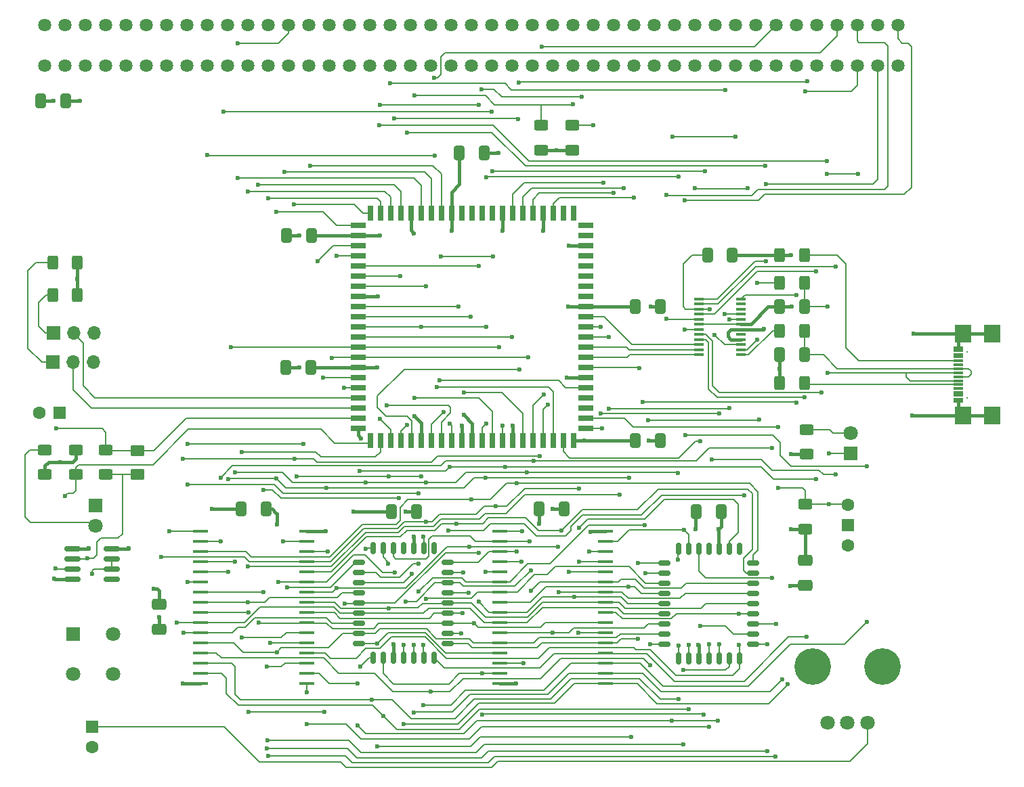
<source format=gbr>
%TF.GenerationSoftware,KiCad,Pcbnew,9.0.1-9.0.1-0~ubuntu22.04.1*%
%TF.CreationDate,2025-10-29T18:08:32+00:00*%
%TF.ProjectId,DeMoN_2.0_PLCC,44654d6f-4e5f-4322-9e30-5f504c43432e,rev?*%
%TF.SameCoordinates,Original*%
%TF.FileFunction,Copper,L1,Top*%
%TF.FilePolarity,Positive*%
%FSLAX46Y46*%
G04 Gerber Fmt 4.6, Leading zero omitted, Abs format (unit mm)*
G04 Created by KiCad (PCBNEW 9.0.1-9.0.1-0~ubuntu22.04.1) date 2025-10-29 18:08:32*
%MOMM*%
%LPD*%
G01*
G04 APERTURE LIST*
G04 Aperture macros list*
%AMRoundRect*
0 Rectangle with rounded corners*
0 $1 Rounding radius*
0 $2 $3 $4 $5 $6 $7 $8 $9 X,Y pos of 4 corners*
0 Add a 4 corners polygon primitive as box body*
4,1,4,$2,$3,$4,$5,$6,$7,$8,$9,$2,$3,0*
0 Add four circle primitives for the rounded corners*
1,1,$1+$1,$2,$3*
1,1,$1+$1,$4,$5*
1,1,$1+$1,$6,$7*
1,1,$1+$1,$8,$9*
0 Add four rect primitives between the rounded corners*
20,1,$1+$1,$2,$3,$4,$5,0*
20,1,$1+$1,$4,$5,$6,$7,0*
20,1,$1+$1,$6,$7,$8,$9,0*
20,1,$1+$1,$8,$9,$2,$3,0*%
G04 Aperture macros list end*
%TA.AperFunction,SMDPad,CuDef*%
%ADD10RoundRect,0.250000X0.412500X0.650000X-0.412500X0.650000X-0.412500X-0.650000X0.412500X-0.650000X0*%
%TD*%
%TA.AperFunction,ComponentPad*%
%ADD11R,1.500000X1.500000*%
%TD*%
%TA.AperFunction,ComponentPad*%
%ADD12C,1.600000*%
%TD*%
%TA.AperFunction,ComponentPad*%
%ADD13R,1.600000X1.600000*%
%TD*%
%TA.AperFunction,ComponentPad*%
%ADD14R,1.800000X1.800000*%
%TD*%
%TA.AperFunction,ComponentPad*%
%ADD15C,1.800000*%
%TD*%
%TA.AperFunction,SMDPad,CuDef*%
%ADD16RoundRect,0.250000X-0.412500X-0.650000X0.412500X-0.650000X0.412500X0.650000X-0.412500X0.650000X0*%
%TD*%
%TA.AperFunction,ComponentPad*%
%ADD17R,1.700000X1.700000*%
%TD*%
%TA.AperFunction,ComponentPad*%
%ADD18O,1.700000X1.700000*%
%TD*%
%TA.AperFunction,SMDPad,CuDef*%
%ADD19RoundRect,0.250000X-0.400000X-0.625000X0.400000X-0.625000X0.400000X0.625000X-0.400000X0.625000X0*%
%TD*%
%TA.AperFunction,SMDPad,CuDef*%
%ADD20R,0.700000X1.925000*%
%TD*%
%TA.AperFunction,SMDPad,CuDef*%
%ADD21R,1.925000X0.700000*%
%TD*%
%TA.AperFunction,SMDPad,CuDef*%
%ADD22R,1.981000X0.457000*%
%TD*%
%TA.AperFunction,SMDPad,CuDef*%
%ADD23RoundRect,0.250000X-0.625000X0.400000X-0.625000X-0.400000X0.625000X-0.400000X0.625000X0.400000X0*%
%TD*%
%TA.AperFunction,SMDPad,CuDef*%
%ADD24RoundRect,0.250000X-0.650000X0.412500X-0.650000X-0.412500X0.650000X-0.412500X0.650000X0.412500X0*%
%TD*%
%TA.AperFunction,ComponentPad*%
%ADD25C,1.635000*%
%TD*%
%TA.AperFunction,SMDPad,CuDef*%
%ADD26RoundRect,0.150000X-0.150000X-0.587500X0.150000X-0.587500X0.150000X0.587500X-0.150000X0.587500X0*%
%TD*%
%TA.AperFunction,SMDPad,CuDef*%
%ADD27RoundRect,0.150000X-0.587500X-0.150000X0.587500X-0.150000X0.587500X0.150000X-0.587500X0.150000X0*%
%TD*%
%TA.AperFunction,SMDPad,CuDef*%
%ADD28R,1.200000X0.400000*%
%TD*%
%TA.AperFunction,ComponentPad*%
%ADD29C,4.575000*%
%TD*%
%TA.AperFunction,SMDPad,CuDef*%
%ADD30RoundRect,0.150000X-0.825000X-0.150000X0.825000X-0.150000X0.825000X0.150000X-0.825000X0.150000X0*%
%TD*%
%TA.AperFunction,SMDPad,CuDef*%
%ADD31RoundRect,0.250001X0.624999X-0.462499X0.624999X0.462499X-0.624999X0.462499X-0.624999X-0.462499X0*%
%TD*%
%TA.AperFunction,SMDPad,CuDef*%
%ADD32R,1.150000X0.300000*%
%TD*%
%TA.AperFunction,ComponentPad*%
%ADD33C,0.325000*%
%TD*%
%TA.AperFunction,SMDPad,CuDef*%
%ADD34R,2.000000X2.180000*%
%TD*%
%TA.AperFunction,SMDPad,CuDef*%
%ADD35RoundRect,0.250000X0.400000X0.625000X-0.400000X0.625000X-0.400000X-0.625000X0.400000X-0.625000X0*%
%TD*%
%TA.AperFunction,ViaPad*%
%ADD36C,0.600000*%
%TD*%
%TA.AperFunction,Conductor*%
%ADD37C,0.200000*%
%TD*%
%TA.AperFunction,Conductor*%
%ADD38C,0.400000*%
%TD*%
G04 APERTURE END LIST*
D10*
%TO.P,C17,1*%
%TO.N,GND*%
X165023400Y-74402200D03*
%TO.P,C17,2*%
%TO.N,+5V*%
X161898400Y-74402200D03*
%TD*%
D11*
%TO.P,SW2,1,B*%
%TO.N,Net-(D2-K)*%
X188500000Y-101690000D03*
D12*
%TO.P,SW2,2,C*%
%TO.N,GND*%
X188500000Y-104230000D03*
%TO.P,SW2,3,A*%
%TO.N,Net-(D2-K)*%
X188500000Y-99150000D03*
%TD*%
D13*
%TO.P,C1,1*%
%TO.N,Net-(U2-DIS)*%
X94000000Y-126944888D03*
D12*
%TO.P,C1,2*%
%TO.N,GND*%
X94000000Y-129444888D03*
%TD*%
D14*
%TO.P,D3,1,K*%
%TO.N,GND*%
X94450000Y-99225000D03*
D15*
%TO.P,D3,2,A*%
%TO.N,Net-(D3-A)*%
X94450000Y-101765000D03*
%TD*%
D16*
%TO.P,C6,1*%
%TO.N,GND*%
X112665900Y-99722200D03*
%TO.P,C6,2*%
%TO.N,+5V*%
X115790900Y-99722200D03*
%TD*%
%TO.P,C4,1*%
%TO.N,GND*%
X179935900Y-74402200D03*
%TO.P,C4,2*%
%TO.N,/DN*%
X183060900Y-74402200D03*
%TD*%
D17*
%TO.P,JP2,1,A*%
%TO.N,Net-(JP2-A)*%
X89128400Y-81342200D03*
D18*
%TO.P,JP2,2,C*%
%TO.N,Net-(JP2-C)*%
X91668400Y-81342200D03*
%TO.P,JP2,3,B*%
%TO.N,+5V*%
X94208400Y-81342200D03*
%TD*%
D16*
%TO.P,C5,1*%
%TO.N,GND*%
X179935900Y-80402200D03*
%TO.P,C5,2*%
%TO.N,/DP*%
X183060900Y-80402200D03*
%TD*%
D14*
%TO.P,SW1,1,1*%
%TO.N,Net-(U1-I{slash}O_22)*%
X91677500Y-115377500D03*
D15*
%TO.P,SW1,2,2*%
%TO.N,GND*%
X96677500Y-115377500D03*
%TO.P,SW1,3,3*%
%TO.N,Net-(U1-I{slash}O_22)*%
X91677500Y-120377500D03*
%TO.P,SW1,4,4*%
%TO.N,GND*%
X96677500Y-120377500D03*
%TD*%
D19*
%TO.P,R10,1*%
%TO.N,GND*%
X179948400Y-83902200D03*
%TO.P,R10,2*%
%TO.N,Net-(J1-PadA5)*%
X183048400Y-83902200D03*
%TD*%
D20*
%TO.P,U1,1,I/GCLR*%
%TO.N,unconnected-(U1-I{slash}GCLR-Pad1)*%
X141498400Y-62689700D03*
%TO.P,U1,2,GCLK2/OE2/I*%
%TO.N,unconnected-(U1-GCLK2{slash}OE2{slash}I-Pad2)*%
X140228400Y-62689700D03*
%TO.P,U1,3,VCCINT_1*%
%TO.N,+5V*%
X138958400Y-62689700D03*
%TO.P,U1,4,I/O_1*%
%TO.N,/A1*%
X137688400Y-62689700D03*
%TO.P,U1,5,I/O_2*%
%TO.N,/A2*%
X136418400Y-62689700D03*
%TO.P,U1,6,I/O_3*%
%TO.N,/A3*%
X135148400Y-62689700D03*
%TO.P,U1,7,GND_1*%
%TO.N,GND*%
X133878400Y-62689700D03*
%TO.P,U1,8,I/O_4*%
%TO.N,/A4*%
X132608400Y-62689700D03*
%TO.P,U1,9,I/O_5*%
%TO.N,/A5*%
X131338400Y-62689700D03*
%TO.P,U1,10,I/O_6*%
%TO.N,/A6*%
X130068400Y-62689700D03*
%TO.P,U1,11,I/O_7*%
%TO.N,/A7*%
X128798400Y-62689700D03*
D21*
%TO.P,U1,12,I/O_8*%
%TO.N,/A8*%
X127285900Y-64202200D03*
%TO.P,U1,13,VCCIO_1*%
%TO.N,+5V*%
X127285900Y-65472200D03*
%TO.P,U1,14,I/O/TDI*%
%TO.N,/A9*%
X127285900Y-66742200D03*
%TO.P,U1,15,I/O_9*%
%TO.N,/A10*%
X127285900Y-68012200D03*
%TO.P,U1,16,I/O_10*%
%TO.N,/A11*%
X127285900Y-69282200D03*
%TO.P,U1,17,I/O_11*%
%TO.N,/A12*%
X127285900Y-70552200D03*
%TO.P,U1,18,I/O_12*%
%TO.N,/A13*%
X127285900Y-71822200D03*
%TO.P,U1,19,GND_2*%
%TO.N,GND*%
X127285900Y-73092200D03*
%TO.P,U1,20,I/O/PD1*%
%TO.N,/A14*%
X127285900Y-74362200D03*
%TO.P,U1,21,I/O_13*%
%TO.N,/A15*%
X127285900Y-75632200D03*
%TO.P,U1,22,I/O_14*%
%TO.N,/A16*%
X127285900Y-76902200D03*
%TO.P,U1,23,I/O/TMS*%
%TO.N,/A17*%
X127285900Y-78172200D03*
%TO.P,U1,24,I/O_15*%
%TO.N,/A18*%
X127285900Y-79442200D03*
%TO.P,U1,25,I/O_16*%
%TO.N,/A19*%
X127285900Y-80712200D03*
%TO.P,U1,26,VCCIO_2*%
%TO.N,+5V*%
X127285900Y-81982200D03*
%TO.P,U1,27,I/O_17*%
%TO.N,/~{FC0}*%
X127285900Y-83252200D03*
%TO.P,U1,28,I/O_18*%
%TO.N,/~{FC1}*%
X127285900Y-84522200D03*
%TO.P,U1,29,I/O_19*%
%TO.N,Net-(JP1-C)*%
X127285900Y-85792200D03*
%TO.P,U1,30,I/O_20*%
%TO.N,Net-(JP2-C)*%
X127285900Y-87062200D03*
%TO.P,U1,31,I/O_21*%
%TO.N,Net-(D1-A)*%
X127285900Y-88332200D03*
%TO.P,U1,32,GND_3*%
%TO.N,GND*%
X127285900Y-89602200D03*
D20*
%TO.P,U1,33,I/O_22*%
%TO.N,Net-(U1-I{slash}O_22)*%
X128798400Y-91114700D03*
%TO.P,U1,34,I/O_23*%
%TO.N,Net-(U1-I{slash}O_23)*%
X130068400Y-91114700D03*
%TO.P,U1,35,I/O_24*%
%TO.N,/~{LDS}*%
X131338400Y-91114700D03*
%TO.P,U1,36,I/O_25*%
%TO.N,/~{UDS}*%
X132608400Y-91114700D03*
%TO.P,U1,37,I/O_26*%
%TO.N,/~{AS}*%
X133878400Y-91114700D03*
%TO.P,U1,38,VCCIO_3*%
%TO.N,+5V*%
X135148400Y-91114700D03*
%TO.P,U1,39,I/O_27*%
%TO.N,/~{OE}*%
X136418400Y-91114700D03*
%TO.P,U1,40,I/O_28*%
%TO.N,/D0*%
X137688400Y-91114700D03*
%TO.P,U1,41,I/O_29*%
%TO.N,/D1*%
X138958400Y-91114700D03*
%TO.P,U1,42,GND_4*%
%TO.N,GND*%
X140228400Y-91114700D03*
%TO.P,U1,43,VCCINT_2*%
%TO.N,+5V*%
X141498400Y-91114700D03*
%TO.P,U1,44,I/O_30*%
%TO.N,/R_W*%
X142768400Y-91114700D03*
%TO.P,U1,45,I/O_31*%
%TO.N,/~{RST}*%
X144038400Y-91114700D03*
%TO.P,U1,46,I/O/PD2*%
%TO.N,/~{IPL0}*%
X145308400Y-91114700D03*
%TO.P,U1,47,GND_5*%
%TO.N,GND*%
X146578400Y-91114700D03*
%TO.P,U1,48,I/O_32*%
%TO.N,/~{IPL1}*%
X147848400Y-91114700D03*
%TO.P,U1,49,I/O_33*%
%TO.N,/~{IPL2}*%
X149118400Y-91114700D03*
%TO.P,U1,50,I/O_34*%
%TO.N,/~{HLT}*%
X150388400Y-91114700D03*
%TO.P,U1,51,I/O_35*%
%TO.N,Net-(U1-I{slash}O_35)*%
X151658400Y-91114700D03*
%TO.P,U1,52,I/O_36*%
%TO.N,Net-(U1-I{slash}O_36)*%
X152928400Y-91114700D03*
%TO.P,U1,53,VCCIO_4*%
%TO.N,+5V*%
X154198400Y-91114700D03*
D21*
%TO.P,U1,54,I/O_37*%
%TO.N,Net-(U1-I{slash}O_37)*%
X155710900Y-89602200D03*
%TO.P,U1,55,I/O_38*%
%TO.N,Net-(D2-K)*%
X155710900Y-88332200D03*
%TO.P,U1,56,I/O_39*%
%TO.N,unconnected-(U1-I{slash}O_39-Pad56)*%
X155710900Y-87062200D03*
%TO.P,U1,57,I/O_40*%
%TO.N,unconnected-(U1-I{slash}O_40-Pad57)*%
X155710900Y-85792200D03*
%TO.P,U1,58,I/O_41*%
%TO.N,/~{OVR}*%
X155710900Y-84522200D03*
%TO.P,U1,59,GND_6*%
%TO.N,GND*%
X155710900Y-83252200D03*
%TO.P,U1,60,I/O_42*%
%TO.N,/~{DTACK}*%
X155710900Y-81982200D03*
%TO.P,U1,61,I/O_43*%
%TO.N,/FT_WR*%
X155710900Y-80712200D03*
%TO.P,U1,62,I/O/TCK*%
%TO.N,/FT_RD*%
X155710900Y-79442200D03*
%TO.P,U1,63,I/O_44*%
%TO.N,/FT_TXE*%
X155710900Y-78172200D03*
%TO.P,U1,64,I/O_45*%
%TO.N,/FT_RXF*%
X155710900Y-76902200D03*
%TO.P,U1,65,I/O_46*%
%TO.N,/FT_SIWU*%
X155710900Y-75632200D03*
%TO.P,U1,66,VCCIO_5*%
%TO.N,+5V*%
X155710900Y-74362200D03*
%TO.P,U1,67,I/O_47*%
%TO.N,unconnected-(U1-I{slash}O_47-Pad67)*%
X155710900Y-73092200D03*
%TO.P,U1,68,I/O_48*%
%TO.N,unconnected-(U1-I{slash}O_48-Pad68)*%
X155710900Y-71822200D03*
%TO.P,U1,69,I/O_49*%
%TO.N,unconnected-(U1-I{slash}O_49-Pad69)*%
X155710900Y-70552200D03*
%TO.P,U1,70,I/O_50*%
%TO.N,unconnected-(U1-I{slash}O_50-Pad70)*%
X155710900Y-69282200D03*
%TO.P,U1,71,I/O/TDO*%
%TO.N,unconnected-(U1-I{slash}O{slash}TDO-Pad71)*%
X155710900Y-68012200D03*
%TO.P,U1,72,GND_7*%
%TO.N,GND*%
X155710900Y-66742200D03*
%TO.P,U1,73,I/O_51*%
%TO.N,unconnected-(U1-I{slash}O_51-Pad73)*%
X155710900Y-65472200D03*
%TO.P,U1,74,I/O_52*%
%TO.N,unconnected-(U1-I{slash}O_52-Pad74)*%
X155710900Y-64202200D03*
D20*
%TO.P,U1,75,I/O_53*%
%TO.N,unconnected-(U1-I{slash}O_53-Pad75)*%
X154198400Y-62689700D03*
%TO.P,U1,76,I/O_54*%
%TO.N,unconnected-(U1-I{slash}O_54-Pad76)*%
X152928400Y-62689700D03*
%TO.P,U1,77,1/O*%
%TO.N,/A23*%
X151658400Y-62689700D03*
%TO.P,U1,78,VCCIO_6*%
%TO.N,+5V*%
X150388400Y-62689700D03*
%TO.P,U1,79,I/O_55*%
%TO.N,/A22*%
X149118400Y-62689700D03*
%TO.P,U1,80,I/O_56*%
%TO.N,/A21*%
X147848400Y-62689700D03*
%TO.P,U1,81,GCLK3/I/O*%
%TO.N,/A20*%
X146578400Y-62689700D03*
%TO.P,U1,82,GND_8*%
%TO.N,GND*%
X145308400Y-62689700D03*
%TO.P,U1,83,GCLK1/I*%
%TO.N,unconnected-(U1-GCLK1{slash}I-Pad83)*%
X144038400Y-62689700D03*
%TO.P,U1,84,I/OE1*%
%TO.N,unconnected-(U1-I{slash}OE1-Pad84)*%
X142768400Y-62689700D03*
%TD*%
D19*
%TO.P,R8,1*%
%TO.N,Net-(U7-USBDP)*%
X179948400Y-77402200D03*
%TO.P,R8,2*%
%TO.N,/DP*%
X183048400Y-77402200D03*
%TD*%
D22*
%TO.P,U4,1,A17*%
%TO.N,/A18*%
X144944400Y-102475000D03*
%TO.P,U4,2,A16*%
%TO.N,/A17*%
X144944400Y-103745000D03*
%TO.P,U4,3,A14*%
%TO.N,/A15*%
X144944400Y-105015000D03*
%TO.P,U4,4,A12*%
%TO.N,/A13*%
X144944400Y-106285000D03*
%TO.P,U4,5,A7*%
%TO.N,/A8*%
X144944400Y-107555000D03*
%TO.P,U4,6,A6*%
%TO.N,/A7*%
X144944400Y-108825000D03*
%TO.P,U4,7,A5*%
%TO.N,/A6*%
X144944400Y-110095000D03*
%TO.P,U4,8,A4*%
%TO.N,/A5*%
X144944400Y-111365000D03*
%TO.P,U4,9,A3*%
%TO.N,/A4*%
X144944400Y-112635000D03*
%TO.P,U4,10,A2*%
%TO.N,/A3*%
X144944400Y-113905000D03*
%TO.P,U4,11,A1*%
%TO.N,/A2*%
X144944400Y-115175000D03*
%TO.P,U4,12,A0*%
%TO.N,/A1*%
X144944400Y-116445000D03*
%TO.P,U4,13,I/O0*%
%TO.N,/D0*%
X144944400Y-117715000D03*
%TO.P,U4,14,I/O1*%
%TO.N,/D1*%
X144944400Y-118985000D03*
%TO.P,U4,15,I/O2*%
%TO.N,/D2*%
X144944400Y-120255000D03*
%TO.P,U4,16,GND*%
%TO.N,GND*%
X144944400Y-121525000D03*
%TO.P,U4,17,I/O3*%
%TO.N,/D3*%
X158172400Y-121525000D03*
%TO.P,U4,18,I/O4*%
%TO.N,/D4*%
X158172400Y-120255000D03*
%TO.P,U4,19,I/O5*%
%TO.N,/D5*%
X158172400Y-118985000D03*
%TO.P,U4,20,I/O6*%
%TO.N,/D6*%
X158172400Y-117715000D03*
%TO.P,U4,21,I/O7*%
%TO.N,/D7*%
X158172400Y-116445000D03*
%TO.P,U4,22,~{CE}*%
%TO.N,Net-(U1-I{slash}O_37)*%
X158172400Y-115175000D03*
%TO.P,U4,23,A10*%
%TO.N,/A11*%
X158172400Y-113905000D03*
%TO.P,U4,24,~{OE}*%
%TO.N,/~{OE}*%
X158172400Y-112635000D03*
%TO.P,U4,25,A11*%
%TO.N,/A12*%
X158172400Y-111365000D03*
%TO.P,U4,26,A9*%
%TO.N,/A10*%
X158172400Y-110095000D03*
%TO.P,U4,27,A8*%
%TO.N,/A9*%
X158172400Y-108825000D03*
%TO.P,U4,28,A13*%
%TO.N,/A14*%
X158172400Y-107555000D03*
%TO.P,U4,29,~{WE}*%
%TO.N,/R_W*%
X158172400Y-106285000D03*
%TO.P,U4,30,A18*%
%TO.N,/A19*%
X158172400Y-105015000D03*
%TO.P,U4,31,A15*%
%TO.N,/A16*%
X158172400Y-103745000D03*
%TO.P,U4,32,VDD*%
%TO.N,+5V*%
X158172400Y-102475000D03*
%TD*%
D23*
%TO.P,R5,1*%
%TO.N,Net-(D2-A)*%
X183300000Y-89750000D03*
%TO.P,R5,2*%
%TO.N,+5V*%
X183300000Y-92850000D03*
%TD*%
D24*
%TO.P,C12,1*%
%TO.N,+5V*%
X102400000Y-111587500D03*
%TO.P,C12,2*%
%TO.N,GND*%
X102400000Y-114712500D03*
%TD*%
D25*
%TO.P,CN1,1,1*%
%TO.N,GND*%
X88060000Y-44200000D03*
%TO.P,CN1,2,2*%
X88060000Y-39120000D03*
%TO.P,CN1,3,3*%
X90600000Y-44200000D03*
%TO.P,CN1,4,4*%
X90600000Y-39120000D03*
%TO.P,CN1,5,5*%
%TO.N,unconnected-(CN1-Pad5)*%
X93140000Y-44200000D03*
%TO.P,CN1,6,6*%
%TO.N,+5V*%
X93140000Y-39120000D03*
%TO.P,CN1,7,7*%
%TO.N,unconnected-(CN1-Pad7)*%
X95680000Y-44200000D03*
%TO.P,CN1,8,8*%
%TO.N,unconnected-(CN1-Pad8)*%
X95680000Y-39120000D03*
%TO.P,CN1,9,9*%
%TO.N,unconnected-(CN1-Pad9)*%
X98220000Y-44200000D03*
%TO.P,CN1,10,10*%
%TO.N,unconnected-(CN1-Pad10)*%
X98220000Y-39120000D03*
%TO.P,CN1,11,11*%
%TO.N,unconnected-(CN1-Pad11)*%
X100760000Y-44200000D03*
%TO.P,CN1,12,12*%
%TO.N,unconnected-(CN1-Pad12)*%
X100760000Y-39120000D03*
%TO.P,CN1,13,13*%
%TO.N,unconnected-(CN1-Pad13)*%
X103300000Y-44200000D03*
%TO.P,CN1,14,14*%
%TO.N,unconnected-(CN1-Pad14)*%
X103300000Y-39120000D03*
%TO.P,CN1,15,15*%
%TO.N,unconnected-(CN1-Pad15)*%
X105840000Y-44200000D03*
%TO.P,CN1,16,16*%
%TO.N,unconnected-(CN1-Pad16)*%
X105840000Y-39120000D03*
%TO.P,CN1,17,17*%
%TO.N,/~{OVR}*%
X108380000Y-44200000D03*
%TO.P,CN1,18,18*%
%TO.N,unconnected-(CN1-Pad18)*%
X108380000Y-39120000D03*
%TO.P,CN1,19,19*%
%TO.N,unconnected-(CN1-Pad19)*%
X110920000Y-44200000D03*
%TO.P,CN1,20,20*%
%TO.N,unconnected-(CN1-Pad20)*%
X110920000Y-39120000D03*
%TO.P,CN1,21,21*%
%TO.N,/A5*%
X113460000Y-44200000D03*
%TO.P,CN1,22,22*%
%TO.N,unconnected-(CN1-Pad22)*%
X113460000Y-39120000D03*
%TO.P,CN1,23,23*%
%TO.N,/A6*%
X116000000Y-44200000D03*
%TO.P,CN1,24,24*%
%TO.N,/A4*%
X116000000Y-39120000D03*
%TO.P,CN1,25,25*%
%TO.N,unconnected-(CN1-Pad25)*%
X118540000Y-44200000D03*
%TO.P,CN1,26,26*%
%TO.N,/A3*%
X118540000Y-39120000D03*
%TO.P,CN1,27,27*%
%TO.N,/A2*%
X121080000Y-44200000D03*
%TO.P,CN1,28,28*%
%TO.N,/A7*%
X121080000Y-39120000D03*
%TO.P,CN1,29,29*%
%TO.N,/A1*%
X123620000Y-44200000D03*
%TO.P,CN1,30,30*%
%TO.N,/A8*%
X123620000Y-39120000D03*
%TO.P,CN1,31,31*%
%TO.N,/~{FC0}*%
X126160000Y-44200000D03*
%TO.P,CN1,32,32*%
%TO.N,/A9*%
X126160000Y-39120000D03*
%TO.P,CN1,33,33*%
%TO.N,/~{FC1}*%
X128700000Y-44200000D03*
%TO.P,CN1,34,34*%
%TO.N,/A10*%
X128700000Y-39120000D03*
%TO.P,CN1,35,35*%
%TO.N,unconnected-(CN1-Pad35)*%
X131240000Y-44200000D03*
%TO.P,CN1,36,36*%
%TO.N,/A11*%
X131240000Y-39120000D03*
%TO.P,CN1,37,37*%
%TO.N,unconnected-(CN1-Pad37)*%
X133780000Y-44200000D03*
%TO.P,CN1,38,38*%
%TO.N,/A12*%
X133780000Y-39120000D03*
%TO.P,CN1,39,39*%
%TO.N,/A13*%
X136320000Y-44200000D03*
%TO.P,CN1,40,40*%
%TO.N,/~{IPL0}*%
X136320000Y-39120000D03*
%TO.P,CN1,41,41*%
%TO.N,/A14*%
X138860000Y-44200000D03*
%TO.P,CN1,42,42*%
%TO.N,/~{IPL1}*%
X138860000Y-39120000D03*
%TO.P,CN1,43,43*%
%TO.N,/A15*%
X141400000Y-44200000D03*
%TO.P,CN1,44,44*%
%TO.N,/~{IPL2}*%
X141400000Y-39120000D03*
%TO.P,CN1,45,45*%
%TO.N,/A16*%
X143940000Y-44200000D03*
%TO.P,CN1,46,46*%
%TO.N,unconnected-(CN1-Pad46)*%
X143940000Y-39120000D03*
%TO.P,CN1,47,47*%
%TO.N,/A17*%
X146480000Y-44200000D03*
%TO.P,CN1,48,48*%
%TO.N,unconnected-(CN1-Pad48)*%
X146480000Y-39120000D03*
%TO.P,CN1,49,49*%
%TO.N,unconnected-(CN1-Pad49)*%
X149020000Y-44200000D03*
%TO.P,CN1,50,50*%
%TO.N,unconnected-(CN1-Pad50)*%
X149020000Y-39120000D03*
%TO.P,CN1,51,51*%
%TO.N,unconnected-(CN1-Pad51)*%
X151560000Y-44200000D03*
%TO.P,CN1,52,52*%
%TO.N,/A18*%
X151560000Y-39120000D03*
%TO.P,CN1,53,53*%
%TO.N,/~{RST}*%
X154100000Y-44200000D03*
%TO.P,CN1,54,54*%
%TO.N,/A19*%
X154100000Y-39120000D03*
%TO.P,CN1,55,55*%
%TO.N,/~{HLT}*%
X156640000Y-44200000D03*
%TO.P,CN1,56,56*%
%TO.N,/A20*%
X156640000Y-39120000D03*
%TO.P,CN1,57,57*%
%TO.N,/A22*%
X159180000Y-44200000D03*
%TO.P,CN1,58,58*%
%TO.N,/A21*%
X159180000Y-39120000D03*
%TO.P,CN1,59,59*%
%TO.N,/A23*%
X161720000Y-44200000D03*
%TO.P,CN1,60,60*%
%TO.N,unconnected-(CN1-Pad60)*%
X161720000Y-39120000D03*
%TO.P,CN1,61,61*%
%TO.N,unconnected-(CN1-Pad61)*%
X164260000Y-44200000D03*
%TO.P,CN1,62,62*%
%TO.N,unconnected-(CN1-Pad62)*%
X164260000Y-39120000D03*
%TO.P,CN1,63,63*%
%TO.N,/D15*%
X166800000Y-44200000D03*
%TO.P,CN1,64,64*%
%TO.N,unconnected-(CN1-Pad64)*%
X166800000Y-39120000D03*
%TO.P,CN1,65,65*%
%TO.N,/D14*%
X169340000Y-44200000D03*
%TO.P,CN1,66,66*%
%TO.N,/~{DTACK}*%
X169340000Y-39120000D03*
%TO.P,CN1,67,67*%
%TO.N,/D13*%
X171880000Y-44200000D03*
%TO.P,CN1,68,68*%
%TO.N,/R_W*%
X171880000Y-39120000D03*
%TO.P,CN1,69,69*%
%TO.N,/D12*%
X174420000Y-44200000D03*
%TO.P,CN1,70,70*%
%TO.N,/~{LDS}*%
X174420000Y-39120000D03*
%TO.P,CN1,71,71*%
%TO.N,/D11*%
X176960000Y-44200000D03*
%TO.P,CN1,72,72*%
%TO.N,/~{UDS}*%
X176960000Y-39120000D03*
%TO.P,CN1,73,73*%
%TO.N,GND*%
X179500000Y-44200000D03*
%TO.P,CN1,74,74*%
%TO.N,/~{AS}*%
X179500000Y-39120000D03*
%TO.P,CN1,75,75*%
%TO.N,/D0*%
X182040000Y-44200000D03*
%TO.P,CN1,76,76*%
%TO.N,/D10*%
X182040000Y-39120000D03*
%TO.P,CN1,77,77*%
%TO.N,/D1*%
X184580000Y-44200000D03*
%TO.P,CN1,78,78*%
%TO.N,/D9*%
X184580000Y-39120000D03*
%TO.P,CN1,79,79*%
%TO.N,/D2*%
X187120000Y-44200000D03*
%TO.P,CN1,80,80*%
%TO.N,/D8*%
X187120000Y-39120000D03*
%TO.P,CN1,81,81*%
%TO.N,/D3*%
X189660000Y-44200000D03*
%TO.P,CN1,82,82*%
%TO.N,/D7*%
X189660000Y-39120000D03*
%TO.P,CN1,83,83*%
%TO.N,/D4*%
X192200000Y-44200000D03*
%TO.P,CN1,84,84*%
%TO.N,/D6*%
X192200000Y-39120000D03*
%TO.P,CN1,85,85*%
%TO.N,unconnected-(CN1-Pad85)*%
X194740000Y-44200000D03*
%TO.P,CN1,86,86*%
%TO.N,/D5*%
X194740000Y-39120000D03*
%TD*%
D19*
%TO.P,R12,1*%
%TO.N,GND*%
X179948400Y-67902200D03*
%TO.P,R12,2*%
%TO.N,Net-(J1-PadB5)*%
X183048400Y-67902200D03*
%TD*%
D10*
%TO.P,C9,1*%
%TO.N,+5V*%
X172670900Y-100000000D03*
%TO.P,C9,2*%
%TO.N,GND*%
X169545900Y-100000000D03*
%TD*%
D16*
%TO.P,C15,1*%
%TO.N,GND*%
X118335900Y-65502200D03*
%TO.P,C15,2*%
%TO.N,+5V*%
X121460900Y-65502200D03*
%TD*%
D23*
%TO.P,R11,1*%
%TO.N,/~{HLT}*%
X154050000Y-51700000D03*
%TO.P,R11,2*%
%TO.N,+5V*%
X154050000Y-54800000D03*
%TD*%
D10*
%TO.P,C3,1*%
%TO.N,GND*%
X174060900Y-67902200D03*
%TO.P,C3,2*%
%TO.N,Net-(U7-3V3OUT)*%
X170935900Y-67902200D03*
%TD*%
D19*
%TO.P,R7,1*%
%TO.N,Net-(U7-USBDM)*%
X179948400Y-71402200D03*
%TO.P,R7,2*%
%TO.N,/DN*%
X183048400Y-71402200D03*
%TD*%
D26*
%TO.P,U3,1,NC_1*%
%TO.N,unconnected-(U3-NC_1-Pad1)*%
X171108400Y-104679700D03*
%TO.P,U3,2,A16*%
%TO.N,/A17*%
X169838400Y-104679700D03*
%TO.P,U3,3,A15*%
%TO.N,/A16*%
X168568400Y-104679700D03*
%TO.P,U3,4,A12*%
%TO.N,/A13*%
X167298400Y-104679700D03*
D27*
%TO.P,U3,5,A7*%
%TO.N,/A8*%
X165545900Y-106437200D03*
%TO.P,U3,6,A6*%
%TO.N,/A7*%
X165545900Y-107707200D03*
%TO.P,U3,7,A5*%
%TO.N,/A6*%
X165545900Y-108977200D03*
%TO.P,U3,8,A4*%
%TO.N,/A5*%
X165545900Y-110247200D03*
%TO.P,U3,9,A3*%
%TO.N,/A4*%
X165545900Y-111517200D03*
%TO.P,U3,10,A2*%
%TO.N,/A3*%
X165545900Y-112787200D03*
%TO.P,U3,11,A1*%
%TO.N,/A2*%
X165545900Y-114057200D03*
%TO.P,U3,12,A0*%
%TO.N,/A1*%
X165545900Y-115327200D03*
%TO.P,U3,13,I/O0*%
%TO.N,/D8*%
X165545900Y-116597200D03*
D26*
%TO.P,U3,14,I/O1*%
%TO.N,/D9*%
X167298400Y-118354700D03*
%TO.P,U3,15,I/O2*%
%TO.N,/D10*%
X168568400Y-118354700D03*
%TO.P,U3,16,GND*%
%TO.N,GND*%
X169838400Y-118354700D03*
%TO.P,U3,17,I/O3*%
%TO.N,/D11*%
X171108400Y-118354700D03*
%TO.P,U3,18,I/O4*%
%TO.N,/D12*%
X172378400Y-118354700D03*
%TO.P,U3,19,I/O5*%
%TO.N,/D13*%
X173648400Y-118354700D03*
%TO.P,U3,20,I/O6*%
%TO.N,/D14*%
X174918400Y-118354700D03*
D27*
%TO.P,U3,21,I/O7*%
%TO.N,/D15*%
X176670900Y-116597200D03*
%TO.P,U3,22,~{CE}*%
%TO.N,Net-(U1-I{slash}O_36)*%
X176670900Y-115327200D03*
%TO.P,U3,23,A10*%
%TO.N,/A11*%
X176670900Y-114057200D03*
%TO.P,U3,24,~{OE}*%
%TO.N,/~{OE}*%
X176670900Y-112787200D03*
%TO.P,U3,25,A11*%
%TO.N,/A12*%
X176670900Y-111517200D03*
%TO.P,U3,26,A9*%
%TO.N,/A10*%
X176670900Y-110247200D03*
%TO.P,U3,27,A8*%
%TO.N,/A9*%
X176670900Y-108977200D03*
%TO.P,U3,28,A13*%
%TO.N,/A14*%
X176670900Y-107707200D03*
%TO.P,U3,29,A14*%
%TO.N,/A15*%
X176670900Y-106437200D03*
D26*
%TO.P,U3,30,NC_2*%
%TO.N,unconnected-(U3-NC_2-Pad30)*%
X174918400Y-104679700D03*
%TO.P,U3,31,~{WE}*%
%TO.N,/R_W*%
X173648400Y-104679700D03*
%TO.P,U3,32,VCC*%
%TO.N,+5V*%
X172378400Y-104679700D03*
%TD*%
D23*
%TO.P,R4,1*%
%TO.N,+5V*%
X91950000Y-92300000D03*
%TO.P,R4,2*%
%TO.N,Net-(U1-I{slash}O_22)*%
X91950000Y-95400000D03*
%TD*%
D28*
%TO.P,U7,1,DATA4*%
%TO.N,/D4*%
X169898400Y-73409700D03*
%TO.P,U7,2,DATA2*%
%TO.N,/D2*%
X169898400Y-74044700D03*
%TO.P,U7,3,VCCIO*%
%TO.N,Net-(U7-3V3OUT)*%
X169898400Y-74679700D03*
%TO.P,U7,4,DATA1*%
%TO.N,/D1*%
X169898400Y-75314700D03*
%TO.P,U7,5,DATA7*%
%TO.N,/D7*%
X169898400Y-75949700D03*
%TO.P,U7,6,GND*%
%TO.N,GND*%
X169898400Y-76584700D03*
%TO.P,U7,7,DATA5*%
%TO.N,/D5*%
X169898400Y-77219700D03*
%TO.P,U7,8,DATA6*%
%TO.N,/D6*%
X169898400Y-77854700D03*
%TO.P,U7,9,DATA3*%
%TO.N,/D3*%
X169898400Y-78489700D03*
%TO.P,U7,10,~{SI/WU}*%
%TO.N,/FT_SIWU*%
X169898400Y-79124700D03*
%TO.P,U7,11,~{RD}*%
%TO.N,/FT_RD*%
X169898400Y-79759700D03*
%TO.P,U7,12,~{WR}*%
%TO.N,/FT_WR*%
X169898400Y-80394700D03*
%TO.P,U7,13,USBDP*%
%TO.N,Net-(U7-USBDP)*%
X175098400Y-80394700D03*
%TO.P,U7,14,USBDM*%
%TO.N,Net-(U7-USBDM)*%
X175098400Y-79759700D03*
%TO.P,U7,15,3V3OUT*%
%TO.N,Net-(U7-3V3OUT)*%
X175098400Y-79124700D03*
%TO.P,U7,16,~{RESET}*%
%TO.N,+5V*%
X175098400Y-78489700D03*
%TO.P,U7,17,VCORE*%
%TO.N,unconnected-(U7-VCORE-Pad17)*%
X175098400Y-77854700D03*
%TO.P,U7,18,VCC*%
%TO.N,+5V*%
X175098400Y-77219700D03*
%TO.P,U7,19,GND*%
%TO.N,GND*%
X175098400Y-76584700D03*
%TO.P,U7,20,~{TXE}*%
%TO.N,/FT_TXE*%
X175098400Y-75949700D03*
%TO.P,U7,21,~{RXF}*%
%TO.N,/FT_RXF*%
X175098400Y-75314700D03*
%TO.P,U7,22,CBUS6*%
%TO.N,unconnected-(U7-CBUS6-Pad22)*%
X175098400Y-74679700D03*
%TO.P,U7,23,CBUS5*%
%TO.N,unconnected-(U7-CBUS5-Pad23)*%
X175098400Y-74044700D03*
%TO.P,U7,24,DATA0*%
%TO.N,/D0*%
X175098400Y-73409700D03*
%TD*%
D13*
%TO.P,C2,1*%
%TO.N,Net-(D1-K)*%
X89950000Y-87650000D03*
D12*
%TO.P,C2,2*%
%TO.N,GND*%
X87450000Y-87650000D03*
%TD*%
D10*
%TO.P,C7,1*%
%TO.N,+5V*%
X134560900Y-100000000D03*
%TO.P,C7,2*%
%TO.N,GND*%
X131435900Y-100000000D03*
%TD*%
%TO.P,C13,1*%
%TO.N,GND*%
X143060900Y-55152200D03*
%TO.P,C13,2*%
%TO.N,+5V*%
X139935900Y-55152200D03*
%TD*%
D22*
%TO.P,U6,1,A17*%
%TO.N,/A18*%
X107594400Y-102475000D03*
%TO.P,U6,2,A16*%
%TO.N,/A17*%
X107594400Y-103745000D03*
%TO.P,U6,3,A14*%
%TO.N,/A15*%
X107594400Y-105015000D03*
%TO.P,U6,4,A12*%
%TO.N,/A13*%
X107594400Y-106285000D03*
%TO.P,U6,5,A7*%
%TO.N,/A8*%
X107594400Y-107555000D03*
%TO.P,U6,6,A6*%
%TO.N,/A7*%
X107594400Y-108825000D03*
%TO.P,U6,7,A5*%
%TO.N,/A6*%
X107594400Y-110095000D03*
%TO.P,U6,8,A4*%
%TO.N,/A5*%
X107594400Y-111365000D03*
%TO.P,U6,9,A3*%
%TO.N,/A4*%
X107594400Y-112635000D03*
%TO.P,U6,10,A2*%
%TO.N,/A3*%
X107594400Y-113905000D03*
%TO.P,U6,11,A1*%
%TO.N,/A2*%
X107594400Y-115175000D03*
%TO.P,U6,12,A0*%
%TO.N,/A1*%
X107594400Y-116445000D03*
%TO.P,U6,13,I/O0*%
%TO.N,/D8*%
X107594400Y-117715000D03*
%TO.P,U6,14,I/O1*%
%TO.N,/D9*%
X107594400Y-118985000D03*
%TO.P,U6,15,I/O2*%
%TO.N,/D10*%
X107594400Y-120255000D03*
%TO.P,U6,16,GND*%
%TO.N,GND*%
X107594400Y-121525000D03*
%TO.P,U6,17,I/O3*%
%TO.N,/D11*%
X120822400Y-121525000D03*
%TO.P,U6,18,I/O4*%
%TO.N,/D12*%
X120822400Y-120255000D03*
%TO.P,U6,19,I/O5*%
%TO.N,/D13*%
X120822400Y-118985000D03*
%TO.P,U6,20,I/O6*%
%TO.N,/D14*%
X120822400Y-117715000D03*
%TO.P,U6,21,I/O7*%
%TO.N,/D15*%
X120822400Y-116445000D03*
%TO.P,U6,22,~{CE}*%
%TO.N,Net-(U1-I{slash}O_23)*%
X120822400Y-115175000D03*
%TO.P,U6,23,A10*%
%TO.N,/A11*%
X120822400Y-113905000D03*
%TO.P,U6,24,~{OE}*%
%TO.N,/~{OE}*%
X120822400Y-112635000D03*
%TO.P,U6,25,A11*%
%TO.N,/A12*%
X120822400Y-111365000D03*
%TO.P,U6,26,A9*%
%TO.N,/A10*%
X120822400Y-110095000D03*
%TO.P,U6,27,A8*%
%TO.N,/A9*%
X120822400Y-108825000D03*
%TO.P,U6,28,A13*%
%TO.N,/A14*%
X120822400Y-107555000D03*
%TO.P,U6,29,~{WE}*%
%TO.N,/R_W*%
X120822400Y-106285000D03*
%TO.P,U6,30,A18*%
%TO.N,/A19*%
X120822400Y-105015000D03*
%TO.P,U6,31,A15*%
%TO.N,/A16*%
X120822400Y-103745000D03*
%TO.P,U6,32,VDD*%
%TO.N,+5V*%
X120822400Y-102475000D03*
%TD*%
D14*
%TO.P,D2,1,K*%
%TO.N,Net-(D2-K)*%
X188850000Y-92700000D03*
D15*
%TO.P,D2,2,A*%
%TO.N,Net-(D2-A)*%
X188850000Y-90160000D03*
%TD*%
D24*
%TO.P,C11,1*%
%TO.N,+5V*%
X183200000Y-106137500D03*
%TO.P,C11,2*%
%TO.N,GND*%
X183200000Y-109262500D03*
%TD*%
D15*
%TO.P,VR1,1,CCW*%
%TO.N,+5V*%
X185958400Y-126442200D03*
%TO.P,VR1,2,WIPER*%
X188458400Y-126442200D03*
%TO.P,VR1,3,CW*%
%TO.N,Net-(U2-DIS)*%
X190958400Y-126442200D03*
D29*
%TO.P,VR1,MH1,MH1*%
%TO.N,GND*%
X184058400Y-119442200D03*
%TO.P,VR1,MH2,MH2*%
X192858400Y-119442200D03*
%TD*%
D26*
%TO.P,U5,1,NC_1*%
%TO.N,unconnected-(U5-NC_1-Pad1)*%
X132933400Y-104629700D03*
%TO.P,U5,2,A16*%
%TO.N,/A17*%
X131663400Y-104629700D03*
%TO.P,U5,3,A15*%
%TO.N,/A16*%
X130393400Y-104629700D03*
%TO.P,U5,4,A12*%
%TO.N,/A13*%
X129123400Y-104629700D03*
D27*
%TO.P,U5,5,A7*%
%TO.N,/A8*%
X127370900Y-106387200D03*
%TO.P,U5,6,A6*%
%TO.N,/A7*%
X127370900Y-107657200D03*
%TO.P,U5,7,A5*%
%TO.N,/A6*%
X127370900Y-108927200D03*
%TO.P,U5,8,A4*%
%TO.N,/A5*%
X127370900Y-110197200D03*
%TO.P,U5,9,A3*%
%TO.N,/A4*%
X127370900Y-111467200D03*
%TO.P,U5,10,A2*%
%TO.N,/A3*%
X127370900Y-112737200D03*
%TO.P,U5,11,A1*%
%TO.N,/A2*%
X127370900Y-114007200D03*
%TO.P,U5,12,A0*%
%TO.N,/A1*%
X127370900Y-115277200D03*
%TO.P,U5,13,I/O0*%
%TO.N,/D0*%
X127370900Y-116547200D03*
D26*
%TO.P,U5,14,I/O1*%
%TO.N,/D1*%
X129123400Y-118304700D03*
%TO.P,U5,15,I/O2*%
%TO.N,/D2*%
X130393400Y-118304700D03*
%TO.P,U5,16,GND*%
%TO.N,GND*%
X131663400Y-118304700D03*
%TO.P,U5,17,I/O3*%
%TO.N,/D3*%
X132933400Y-118304700D03*
%TO.P,U5,18,I/O4*%
%TO.N,/D4*%
X134203400Y-118304700D03*
%TO.P,U5,19,I/O5*%
%TO.N,/D5*%
X135473400Y-118304700D03*
%TO.P,U5,20,I/O6*%
%TO.N,/D6*%
X136743400Y-118304700D03*
D27*
%TO.P,U5,21,I/O7*%
%TO.N,/D7*%
X138495900Y-116547200D03*
%TO.P,U5,22,~{CE}*%
%TO.N,Net-(U1-I{slash}O_35)*%
X138495900Y-115277200D03*
%TO.P,U5,23,A10*%
%TO.N,/A11*%
X138495900Y-114007200D03*
%TO.P,U5,24,~{OE}*%
%TO.N,/~{OE}*%
X138495900Y-112737200D03*
%TO.P,U5,25,A11*%
%TO.N,/A12*%
X138495900Y-111467200D03*
%TO.P,U5,26,A9*%
%TO.N,/A10*%
X138495900Y-110197200D03*
%TO.P,U5,27,A8*%
%TO.N,/A9*%
X138495900Y-108927200D03*
%TO.P,U5,28,A13*%
%TO.N,/A14*%
X138495900Y-107657200D03*
%TO.P,U5,29,A14*%
%TO.N,/A15*%
X138495900Y-106387200D03*
D26*
%TO.P,U5,30,NC_2*%
%TO.N,unconnected-(U5-NC_2-Pad30)*%
X136743400Y-104629700D03*
%TO.P,U5,31,~{WE}*%
%TO.N,/R_W*%
X135473400Y-104629700D03*
%TO.P,U5,32,VCC*%
%TO.N,+5V*%
X134203400Y-104629700D03*
%TD*%
D30*
%TO.P,U2,1,GND*%
%TO.N,GND*%
X91525000Y-104645000D03*
%TO.P,U2,2,TR*%
%TO.N,Net-(D1-K)*%
X91525000Y-105915000D03*
%TO.P,U2,3,Q*%
%TO.N,Net-(D1-A)*%
X91525000Y-107185000D03*
%TO.P,U2,4,R*%
%TO.N,+5V*%
X91525000Y-108455000D03*
%TO.P,U2,5,CV*%
%TO.N,unconnected-(U2-CV-Pad5)*%
X96475000Y-108455000D03*
%TO.P,U2,6,THR*%
%TO.N,Net-(U2-DIS)*%
X96475000Y-107185000D03*
%TO.P,U2,7,DIS*%
X96475000Y-105915000D03*
%TO.P,U2,8,VCC*%
%TO.N,+5V*%
X96475000Y-104645000D03*
%TD*%
D23*
%TO.P,R9,1*%
%TO.N,Net-(D3-A)*%
X88100000Y-92300000D03*
%TO.P,R9,2*%
%TO.N,+5V*%
X88100000Y-95400000D03*
%TD*%
D31*
%TO.P,D1,1,K*%
%TO.N,Net-(D1-K)*%
X99700000Y-95337500D03*
%TO.P,D1,2,A*%
%TO.N,Net-(D1-A)*%
X99700000Y-92362500D03*
%TD*%
D10*
%TO.P,C16,1*%
%TO.N,GND*%
X165023400Y-91102200D03*
%TO.P,C16,2*%
%TO.N,+5V*%
X161898400Y-91102200D03*
%TD*%
D23*
%TO.P,R6,1*%
%TO.N,Net-(D2-K)*%
X183200000Y-99100000D03*
%TO.P,R6,2*%
%TO.N,+5V*%
X183200000Y-102200000D03*
%TD*%
D17*
%TO.P,JP1,1,A*%
%TO.N,Net-(JP1-A)*%
X89168400Y-77692200D03*
D18*
%TO.P,JP1,2,C*%
%TO.N,Net-(JP1-C)*%
X91708400Y-77692200D03*
%TO.P,JP1,3,B*%
%TO.N,+5V*%
X94248400Y-77692200D03*
%TD*%
D10*
%TO.P,C8,1*%
%TO.N,+5V*%
X153050900Y-99722200D03*
%TO.P,C8,2*%
%TO.N,GND*%
X149925900Y-99722200D03*
%TD*%
D16*
%TO.P,C14,1*%
%TO.N,GND*%
X118235900Y-81972200D03*
%TO.P,C14,2*%
%TO.N,+5V*%
X121360900Y-81972200D03*
%TD*%
D23*
%TO.P,R13,1*%
%TO.N,/~{RST}*%
X150150000Y-51700000D03*
%TO.P,R13,2*%
%TO.N,+5V*%
X150150000Y-54800000D03*
%TD*%
D10*
%TO.P,C10,1*%
%TO.N,+5V*%
X90712500Y-48600000D03*
%TO.P,C10,2*%
%TO.N,GND*%
X87587500Y-48600000D03*
%TD*%
D32*
%TO.P,J1,A1,A1*%
%TO.N,GND*%
X202322000Y-86237200D03*
X202322000Y-85937200D03*
%TO.P,J1,A4,A4*%
%TO.N,unconnected-(J1-PadA4)*%
X202322000Y-85437200D03*
X202322000Y-85137200D03*
%TO.P,J1,A5,A5*%
%TO.N,Net-(J1-PadA5)*%
X202322000Y-84137200D03*
%TO.P,J1,A6,A6*%
%TO.N,/DP*%
X202322000Y-83137200D03*
%TO.P,J1,A7,A7*%
%TO.N,/DN*%
X202322000Y-82637200D03*
%TO.P,J1,A8,A8*%
%TO.N,unconnected-(J1-PadA8)*%
X202322000Y-81637200D03*
%TO.P,J1,A9,A9*%
%TO.N,unconnected-(J1-PadA9)_1*%
X202322000Y-80637200D03*
X202322000Y-80337200D03*
%TO.P,J1,A12,A12*%
%TO.N,GND*%
X202322000Y-79837200D03*
X202322000Y-79537200D03*
%TO.P,J1,B5,B5*%
%TO.N,Net-(J1-PadB5)*%
X202322000Y-81137200D03*
%TO.P,J1,B6,B6*%
%TO.N,/DP*%
X202322000Y-82137200D03*
%TO.P,J1,B7,B7*%
%TO.N,/DN*%
X202322000Y-83637200D03*
%TO.P,J1,B8,B8*%
%TO.N,unconnected-(J1-PadB8)*%
X202322000Y-84637200D03*
D33*
%TO.P,J1,MH1*%
%TO.N,N/C*%
X203397000Y-85777200D03*
%TO.P,J1,MH2*%
X203397000Y-79997200D03*
D34*
%TO.P,J1,MP1,MP1*%
%TO.N,GND*%
X206500000Y-87997200D03*
%TO.P,J1,MP2,MP2*%
X206500000Y-77777200D03*
%TO.P,J1,MP3,MP3*%
X202897000Y-87997200D03*
%TO.P,J1,MP4,MP4*%
X202897000Y-77777200D03*
%TD*%
D23*
%TO.P,R1,1*%
%TO.N,Net-(D1-A)*%
X95750000Y-92300000D03*
%TO.P,R1,2*%
%TO.N,Net-(D1-K)*%
X95750000Y-95400000D03*
%TD*%
D35*
%TO.P,R3,1*%
%TO.N,GND*%
X92178400Y-72902200D03*
%TO.P,R3,2*%
%TO.N,Net-(JP1-A)*%
X89078400Y-72902200D03*
%TD*%
%TO.P,R2,1*%
%TO.N,GND*%
X92178400Y-68902200D03*
%TO.P,R2,2*%
%TO.N,Net-(JP2-A)*%
X89078400Y-68902200D03*
%TD*%
D36*
%TO.N,/A5*%
X161033400Y-109417200D03*
X113458400Y-111367200D03*
X159998400Y-97902200D03*
X113460000Y-106912200D03*
X113460000Y-59942200D03*
%TO.N,/A8*%
X143183400Y-107567200D03*
X162258400Y-106442200D03*
X161183400Y-95812200D03*
X123298400Y-97067200D03*
X117038400Y-62512200D03*
X117050000Y-95902200D03*
X143198400Y-95792200D03*
X111058400Y-95982200D03*
X118408400Y-109517200D03*
X111058400Y-107542200D03*
%TO.N,/~{IPL2}*%
X142700000Y-47150000D03*
X155218500Y-48152200D03*
X150473400Y-85397200D03*
%TO.N,/A15*%
X147083400Y-105017200D03*
X147083400Y-96502200D03*
X141383400Y-75632200D03*
X141398400Y-98502200D03*
%TO.N,/~{OVR}*%
X108378400Y-55412200D03*
X136878400Y-55472200D03*
X137488400Y-83622200D03*
%TO.N,GND*%
X144798400Y-55152200D03*
X119898400Y-82002200D03*
X149928400Y-101532200D03*
X119898400Y-65502200D03*
X169438400Y-102252200D03*
X196698400Y-77777200D03*
X163598400Y-91102200D03*
X129738400Y-73102200D03*
X105398400Y-121502200D03*
X127668400Y-90842200D03*
X131683400Y-116642200D03*
X140238400Y-89282200D03*
X181298400Y-109302200D03*
X181438400Y-74392200D03*
X145328400Y-64842200D03*
X163898400Y-74402200D03*
X89198400Y-48602200D03*
X181398400Y-67902200D03*
X108998400Y-99702200D03*
X153328400Y-83252200D03*
X147025600Y-121525000D03*
X153638400Y-66742200D03*
X169833400Y-116667200D03*
X92178400Y-70852200D03*
X93598400Y-104602200D03*
X102398400Y-113202200D03*
X179935900Y-82152200D03*
X196548400Y-87977200D03*
X146578400Y-89242200D03*
X134268400Y-65192200D03*
X126698400Y-100002200D03*
%TO.N,+5V*%
X153558400Y-74362200D03*
X133198400Y-100002200D03*
X155598400Y-91114700D03*
X98598400Y-104602200D03*
X181400000Y-92850000D03*
X129698400Y-82002200D03*
X140458400Y-87942200D03*
X138958400Y-64862200D03*
X151598400Y-99702200D03*
X177968400Y-77192200D03*
X134198400Y-103162200D03*
X89298400Y-108402200D03*
X134278400Y-88042200D03*
X129998400Y-65502200D03*
X181400000Y-102200000D03*
X150388400Y-64922200D03*
X123233400Y-102492200D03*
X172333400Y-102222200D03*
X90050000Y-93802200D03*
X117098400Y-101602200D03*
X156350000Y-102517200D03*
X152098400Y-54800000D03*
X101700000Y-109700000D03*
X92498400Y-48602200D03*
%TO.N,/~{OE}*%
X140358400Y-112742200D03*
X175558400Y-97980727D03*
X138518400Y-102382200D03*
X174883400Y-112787200D03*
X137948400Y-87562200D03*
%TO.N,/A1*%
X117108400Y-117617200D03*
X121298400Y-56742200D03*
%TO.N,/A16*%
X167978400Y-102342200D03*
X167348400Y-58112200D03*
X143268400Y-58182200D03*
X131058400Y-95602200D03*
X135150000Y-76902200D03*
X119598400Y-95602200D03*
X143268400Y-76912200D03*
X131048400Y-106512200D03*
X117858400Y-103745000D03*
X135150000Y-95602200D03*
%TO.N,/A9*%
X148868400Y-109912200D03*
X131898400Y-107612200D03*
X133233400Y-111267935D03*
X148868400Y-107352200D03*
X117295246Y-108817489D03*
X122198400Y-68702200D03*
%TO.N,Net-(U2-DIS)*%
X94000000Y-107800000D03*
%TO.N,/~{FC0}*%
X122918400Y-83222200D03*
%TO.N,/A17*%
X110136200Y-103745000D03*
X148728400Y-103745000D03*
X179025000Y-108307200D03*
X149228400Y-93692200D03*
X110083400Y-95792200D03*
X179025000Y-92092200D03*
X146480000Y-78152200D03*
%TO.N,/A18*%
X103691200Y-102475000D03*
X144938400Y-79452200D03*
X147800000Y-102467200D03*
X111378400Y-79482200D03*
%TO.N,Net-(D1-K)*%
X93400000Y-105900000D03*
%TO.N,/A19*%
X123508400Y-105015000D03*
X148518400Y-80752200D03*
X123978400Y-80772200D03*
X156128400Y-105052200D03*
%TO.N,/A10*%
X152275000Y-104392200D03*
X124608400Y-109597200D03*
X141108400Y-110192200D03*
X152358400Y-110092200D03*
X141158400Y-104392200D03*
X124598400Y-68012200D03*
%TO.N,/~{FC1}*%
X125498400Y-84522200D03*
%TO.N,/A11*%
X142400000Y-69282200D03*
X116000735Y-130599265D03*
X114826098Y-113928965D03*
X179440600Y-130634400D03*
X130000000Y-49100000D03*
X142400000Y-49100000D03*
X141733400Y-114007200D03*
X179558400Y-114092200D03*
%TO.N,/A12*%
X132500000Y-70552200D03*
X131058400Y-112135590D03*
%TO.N,/~{DTACK}*%
X162438400Y-82042200D03*
%TO.N,/~{IPL0}*%
X137658400Y-68112200D03*
X145348400Y-89292200D03*
X144118400Y-68102200D03*
%TO.N,/~{RST}*%
X134318400Y-47982200D03*
X134338400Y-85772200D03*
X154150000Y-49050000D03*
%TO.N,/A13*%
X111900000Y-106267200D03*
X135750000Y-71822200D03*
X167268400Y-95172200D03*
X148383400Y-95132200D03*
X147688400Y-106282200D03*
X111868400Y-95112200D03*
X135750000Y-96400000D03*
X128225000Y-104642200D03*
X167258400Y-106067200D03*
X128208400Y-96400000D03*
%TO.N,/A20*%
X157900000Y-58842200D03*
%TO.N,/~{IPL1}*%
X140458400Y-85102200D03*
%TO.N,/A14*%
X153608400Y-107542200D03*
X139548400Y-101542200D03*
X140433400Y-107667200D03*
X152698400Y-102402200D03*
X139800000Y-74372200D03*
%TO.N,/~{HLT}*%
X156650000Y-51700000D03*
X150983400Y-86657200D03*
%TO.N,Net-(U7-3V3OUT)*%
X171848400Y-77892200D03*
X171228400Y-74672200D03*
%TO.N,Net-(D1-A)*%
X89450000Y-107150000D03*
X89508400Y-89600000D03*
%TO.N,/A21*%
X160448400Y-59532200D03*
%TO.N,/A22*%
X159178400Y-60132200D03*
%TO.N,Net-(D2-K)*%
X186148400Y-99100000D03*
X179798400Y-89402200D03*
X179758400Y-97042200D03*
X186098400Y-92712200D03*
%TO.N,/A23*%
X161720000Y-60772200D03*
%TO.N,/D15*%
X178450000Y-129962200D03*
X178450000Y-116600600D03*
X177408400Y-88542200D03*
X116257800Y-116442200D03*
X163500600Y-88592200D03*
X115900000Y-129650000D03*
%TO.N,/A3*%
X112188400Y-41432200D03*
X104625300Y-113925300D03*
X112188400Y-58282200D03*
%TO.N,/A4*%
X154258400Y-110692200D03*
X142333400Y-105142200D03*
X123058400Y-125092200D03*
X142336362Y-111317200D03*
X114748400Y-59152200D03*
X113533400Y-125067200D03*
X125608400Y-111492200D03*
X113533400Y-112642200D03*
%TO.N,/A6*%
X115400000Y-110067200D03*
X132338400Y-98342200D03*
X135750000Y-110899128D03*
X115400000Y-97292200D03*
X116000000Y-60802200D03*
X134008400Y-107842200D03*
%TO.N,/A7*%
X105950000Y-91550000D03*
X163133400Y-101742200D03*
X134808400Y-106542200D03*
X105950000Y-96632200D03*
X105950000Y-108817200D03*
X119248400Y-61612200D03*
X120398400Y-91550000D03*
X134808400Y-97742200D03*
X163150000Y-107707200D03*
X134833400Y-110042200D03*
%TO.N,/A2*%
X105350000Y-93417200D03*
X151548400Y-115162200D03*
X105407800Y-115167200D03*
X119358400Y-93417200D03*
X150008400Y-93052200D03*
X118098400Y-57502200D03*
%TO.N,/D14*%
X175968400Y-59562200D03*
X169340000Y-59560000D03*
X174908400Y-116692200D03*
%TO.N,/R_W*%
X102683400Y-105667200D03*
X135458400Y-103117200D03*
X110448400Y-49952200D03*
X143298400Y-88982200D03*
X144038400Y-57442200D03*
X144000000Y-49950000D03*
X154875000Y-102062200D03*
X135750000Y-101292200D03*
X144508400Y-99372200D03*
X154875000Y-97102200D03*
X170600000Y-57422200D03*
X154858400Y-106267200D03*
%TO.N,/D13*%
X115900000Y-119450000D03*
X167958400Y-119842200D03*
X115910000Y-128660000D03*
X167938400Y-129182200D03*
%TO.N,/~{LDS}*%
X173150000Y-47262200D03*
X131278400Y-46462200D03*
X129978400Y-88432200D03*
%TO.N,/D12*%
X172208400Y-126167200D03*
X127200000Y-126792200D03*
X166450000Y-126150000D03*
X166550000Y-53100000D03*
X172383400Y-116617200D03*
X174450000Y-53100000D03*
X127200000Y-121550000D03*
%TO.N,/~{UDS}*%
X133398400Y-89182200D03*
X178200000Y-56742200D03*
X133368400Y-52572200D03*
%TO.N,/D11*%
X171108400Y-126967200D03*
X120858400Y-126642200D03*
X171108400Y-116592200D03*
X120858400Y-122667200D03*
%TO.N,/~{AS}*%
X147468400Y-82212200D03*
X150258400Y-41822200D03*
%TO.N,/D3*%
X183138400Y-47472200D03*
X180958400Y-121650000D03*
X132933400Y-126592200D03*
X183100000Y-85742200D03*
X132933400Y-116717200D03*
%TO.N,/D10*%
X131778400Y-50842200D03*
X147248400Y-50932200D03*
X147348100Y-46301900D03*
X168583400Y-124767200D03*
X130408400Y-125592200D03*
X168583400Y-116692200D03*
X183400000Y-46200000D03*
%TO.N,/D8*%
X163808400Y-119217200D03*
X136333400Y-122542200D03*
X136733400Y-45717200D03*
X163783400Y-116592200D03*
%TO.N,/D0*%
X129698400Y-129382200D03*
X162848400Y-86342200D03*
X129683400Y-116542200D03*
X182040000Y-72892200D03*
X161378400Y-128202200D03*
X130848400Y-86742200D03*
X182050000Y-86350000D03*
%TO.N,/D4*%
X134233400Y-125192200D03*
X178300000Y-59050000D03*
X180275000Y-121000000D03*
X134208400Y-116717200D03*
X178300000Y-68702200D03*
%TO.N,/D9*%
X128958400Y-123542200D03*
X167358400Y-116767200D03*
X129948400Y-51642200D03*
X167358400Y-123442200D03*
X185850000Y-56132200D03*
%TO.N,/D2*%
X170483400Y-125392200D03*
X187000000Y-95375000D03*
X142783400Y-125392200D03*
X187000000Y-69342200D03*
X142783400Y-120292200D03*
X171450000Y-93475000D03*
%TO.N,/D7*%
X165798400Y-75884700D03*
X162228400Y-115967200D03*
X165798400Y-60432200D03*
%TO.N,/D6*%
X185180000Y-85152200D03*
X189800000Y-57750000D03*
X185900000Y-57800000D03*
X183333400Y-115717200D03*
%TO.N,/D1*%
X138698400Y-89002200D03*
X184550000Y-69942200D03*
X127498400Y-94902200D03*
X147958400Y-118992200D03*
X127505056Y-119402200D03*
X145683400Y-94417200D03*
X184550000Y-95942200D03*
X138698400Y-94402200D03*
%TO.N,/D5*%
X190848400Y-113832200D03*
X168098400Y-61092200D03*
X168178400Y-90492200D03*
X135458400Y-124192200D03*
X135458400Y-116717200D03*
X168098400Y-77284700D03*
X190848400Y-94372200D03*
%TO.N,Net-(U7-USBDM)*%
X177128400Y-78502200D03*
X177158400Y-71392200D03*
%TO.N,Net-(U1-I{slash}O_35)*%
X140183400Y-115292200D03*
X137150000Y-84473800D03*
%TO.N,Net-(U1-I{slash}O_37)*%
X154783400Y-115167200D03*
X157768400Y-89602200D03*
%TO.N,Net-(U1-I{slash}O_36)*%
X170050000Y-91172200D03*
X170050000Y-114302200D03*
%TO.N,/DN*%
X185988400Y-74392200D03*
X185988400Y-82652200D03*
%TO.N,/FT_TXE*%
X173668400Y-87102200D03*
X158638400Y-78172200D03*
X173681000Y-75952200D03*
X158638400Y-87112200D03*
%TO.N,/FT_RXF*%
X172378400Y-87772200D03*
X157598400Y-76902200D03*
X173078400Y-75314700D03*
X157598400Y-87732200D03*
%TO.N,Net-(U1-I{slash}O_22)*%
X90600000Y-98100000D03*
%TO.N,Net-(U1-I{slash}O_23)*%
X112700000Y-92542200D03*
X112758400Y-115792200D03*
%TD*%
D37*
%TO.N,/A5*%
X115624400Y-111350600D02*
X116232800Y-110742200D01*
X123933400Y-106917200D02*
X113905000Y-106917200D01*
X113475000Y-111350600D02*
X115624400Y-111350600D01*
X148775600Y-111365000D02*
X144944400Y-111365000D01*
X116232800Y-110742200D02*
X124683400Y-110742200D01*
X113460000Y-59942200D02*
X130628400Y-59942200D01*
X142458400Y-100942200D02*
X137598400Y-100942200D01*
X148128400Y-97902200D02*
X145748400Y-100282200D01*
X150723400Y-109417200D02*
X148775600Y-111365000D01*
X133088400Y-101892200D02*
X132308400Y-102672200D01*
X107596600Y-111367200D02*
X107594400Y-111365000D01*
X145748400Y-100282200D02*
X143118400Y-100282200D01*
X162033400Y-109626514D02*
X162654086Y-110247200D01*
X113900000Y-106912200D02*
X113460000Y-106912200D01*
X128178400Y-102672200D02*
X123933400Y-106917200D01*
X161033400Y-109417200D02*
X161833400Y-109417200D01*
X137598400Y-100942200D02*
X136648400Y-101892200D01*
X131338400Y-60652200D02*
X131338400Y-62689700D01*
X130628400Y-59942200D02*
X131338400Y-60652200D01*
X113458400Y-111367200D02*
X107596600Y-111367200D01*
X159998400Y-97902200D02*
X148128400Y-97902200D01*
X162654086Y-110247200D02*
X165545900Y-110247200D01*
X161833400Y-109417200D02*
X162033400Y-109617200D01*
X136648400Y-101892200D02*
X133088400Y-101892200D01*
X125228400Y-110197200D02*
X127370900Y-110197200D01*
X113905000Y-106917200D02*
X113900000Y-106912200D01*
X113458400Y-111367200D02*
X113475000Y-111350600D01*
X162033400Y-109617200D02*
X162033400Y-109626514D01*
X161033400Y-109417200D02*
X150723400Y-109417200D01*
X143118400Y-100282200D02*
X142458400Y-100942200D01*
X132308400Y-102672200D02*
X128178400Y-102672200D01*
X124683400Y-110742200D02*
X125228400Y-110197200D01*
%TO.N,/A8*%
X117048400Y-62502200D02*
X122894000Y-62502200D01*
X126964871Y-106387200D02*
X123834871Y-109517200D01*
X162263400Y-106437200D02*
X165545900Y-106437200D01*
X117040000Y-95912200D02*
X117050000Y-95902200D01*
X143183400Y-107567200D02*
X144932200Y-107567200D01*
X123298400Y-97067200D02*
X118215000Y-97067200D01*
X117038400Y-62512200D02*
X117048400Y-62502200D01*
X124598400Y-64202200D02*
X127285900Y-64202200D01*
X122896200Y-62500000D02*
X124598400Y-64202200D01*
X123298400Y-97067200D02*
X140533400Y-97067200D01*
X161143400Y-95772200D02*
X143218400Y-95772200D01*
X118215000Y-97067200D02*
X117050000Y-95902200D01*
X144932200Y-107567200D02*
X144944400Y-107555000D01*
X162258400Y-106442200D02*
X162263400Y-106437200D01*
X122894000Y-62502200D02*
X122896200Y-62500000D01*
X111058400Y-107542200D02*
X111033400Y-107567200D01*
X127370900Y-106387200D02*
X126964871Y-106387200D01*
X143218400Y-95772200D02*
X143198400Y-95792200D01*
X111128400Y-95912200D02*
X117040000Y-95912200D01*
X161183400Y-95812200D02*
X161143400Y-95772200D01*
X107606600Y-107567200D02*
X107594400Y-107555000D01*
X123834871Y-109517200D02*
X118408400Y-109517200D01*
X140533400Y-97067200D02*
X141808400Y-95792200D01*
X141808400Y-95792200D02*
X143198400Y-95792200D01*
X111058400Y-95982200D02*
X111128400Y-95912200D01*
X111033400Y-107567200D02*
X107606600Y-107567200D01*
%TO.N,/~{IPL2}*%
X145248400Y-48152200D02*
X144246200Y-47150000D01*
X149118400Y-86752200D02*
X149118400Y-91114700D01*
X150473400Y-85397200D02*
X149118400Y-86752200D01*
X144246200Y-47150000D02*
X142700000Y-47150000D01*
X155218500Y-48152200D02*
X145248400Y-48152200D01*
%TO.N,/A15*%
X132508400Y-101142200D02*
X132008400Y-101642200D01*
X138500900Y-106392200D02*
X138495900Y-106387200D01*
X127783400Y-101642200D02*
X123758400Y-105667200D01*
X144944400Y-105015000D02*
X147081200Y-105015000D01*
X143823952Y-98502200D02*
X141398400Y-98502200D01*
X177228400Y-97522200D02*
X177228400Y-104872200D01*
X176670900Y-105429700D02*
X176670900Y-106437200D01*
X141398400Y-98502200D02*
X133478400Y-98502200D01*
X147081200Y-105015000D02*
X147083400Y-105017200D01*
X147083400Y-96502200D02*
X145823952Y-96502200D01*
X147083400Y-96502200D02*
X176208400Y-96502200D01*
X113231200Y-105015000D02*
X107594400Y-105015000D01*
X127285900Y-75632200D02*
X141383400Y-75632200D01*
X142283400Y-106392200D02*
X138500900Y-106392200D01*
X132508400Y-99472200D02*
X132508400Y-101142200D01*
X176208400Y-96502200D02*
X177228400Y-97522200D01*
X123758400Y-105667200D02*
X113883400Y-105667200D01*
X132008400Y-101642200D02*
X127783400Y-101642200D01*
X133478400Y-98502200D02*
X132508400Y-99472200D01*
X113883400Y-105667200D02*
X113231200Y-105015000D01*
X144944400Y-105015000D02*
X143660600Y-105015000D01*
X143660600Y-105015000D02*
X142283400Y-106392200D01*
X145823952Y-96502200D02*
X143823952Y-98502200D01*
X177228400Y-104872200D02*
X176670900Y-105429700D01*
%TO.N,/~{OVR}*%
X152328400Y-83622200D02*
X137488400Y-83622200D01*
X153228400Y-84522200D02*
X152328400Y-83622200D01*
X136878400Y-55472200D02*
X108438400Y-55472200D01*
X108438400Y-55472200D02*
X108378400Y-55412200D01*
X155710900Y-84522200D02*
X153228400Y-84522200D01*
D38*
%TO.N,GND*%
X140228400Y-89292200D02*
X140238400Y-89282200D01*
X127285900Y-90459700D02*
X127668400Y-90842200D01*
X126698400Y-100002200D02*
X127468400Y-100002200D01*
X181338100Y-109262500D02*
X181298400Y-109302200D01*
X145308400Y-62689700D02*
X145308400Y-64822200D01*
X202322000Y-78352200D02*
X202897000Y-77777200D01*
X202897000Y-87997200D02*
X196568400Y-87997200D01*
X118335900Y-65502200D02*
X119898400Y-65502200D01*
X179935900Y-82152200D02*
X179935900Y-83889700D01*
D37*
X169898400Y-76584700D02*
X175098400Y-76584700D01*
D38*
X179935900Y-80402200D02*
X179935900Y-82152200D01*
X145308400Y-64822200D02*
X145328400Y-64842200D01*
X131683400Y-118284700D02*
X131663400Y-118304700D01*
X89196200Y-48600000D02*
X89198400Y-48602200D01*
X169838400Y-118354700D02*
X169838400Y-116672200D01*
X87587500Y-48600000D02*
X89196200Y-48600000D01*
X175098400Y-76584700D02*
X176355900Y-76584700D01*
X178538400Y-74402200D02*
X179935900Y-74402200D01*
X165023400Y-91102200D02*
X163598400Y-91102200D01*
X105421200Y-121525000D02*
X105398400Y-121502200D01*
X133878400Y-64802200D02*
X134268400Y-65192200D01*
X107594400Y-121525000D02*
X105421200Y-121525000D01*
X196568400Y-87997200D02*
X196548400Y-87977200D01*
X183200000Y-109262500D02*
X181338100Y-109262500D01*
X179948400Y-67902200D02*
X181398400Y-67902200D01*
X131683400Y-116642200D02*
X131683400Y-118284700D01*
X127468400Y-100002200D02*
X127470600Y-100000000D01*
X176355900Y-76584700D02*
X178538400Y-74402200D01*
X91525000Y-104645000D02*
X93555600Y-104645000D01*
X179935900Y-83889700D02*
X179948400Y-83902200D01*
X129728400Y-73092200D02*
X129738400Y-73102200D01*
X202897000Y-87997200D02*
X206500000Y-87997200D01*
X118235900Y-81972200D02*
X119868400Y-81972200D01*
X127285900Y-73092200D02*
X129728400Y-73092200D01*
X127285900Y-89602200D02*
X127285900Y-90459700D01*
X92178400Y-72902200D02*
X92178400Y-70852200D01*
X155710900Y-83252200D02*
X153328400Y-83252200D01*
X202322000Y-87422200D02*
X202897000Y-87997200D01*
X127470600Y-100000000D02*
X131435900Y-100000000D01*
X202322000Y-86237200D02*
X202322000Y-87422200D01*
X202322000Y-79537200D02*
X202322000Y-78352200D01*
X140228400Y-91114700D02*
X140228400Y-89292200D01*
X143060900Y-55152200D02*
X144798400Y-55152200D01*
X169438400Y-100107500D02*
X169545900Y-100000000D01*
X181428400Y-74402200D02*
X181438400Y-74392200D01*
X165023400Y-74402200D02*
X163898400Y-74402200D01*
X119868400Y-81972200D02*
X119898400Y-82002200D01*
X146578400Y-91114700D02*
X146578400Y-89242200D01*
X133878400Y-62689700D02*
X133878400Y-64802200D01*
X169838400Y-116672200D02*
X169833400Y-116667200D01*
X202897000Y-77777200D02*
X206500000Y-77777200D01*
X109018400Y-99722200D02*
X108998400Y-99702200D01*
X202897000Y-77777200D02*
X196698400Y-77777200D01*
X147025600Y-121525000D02*
X144944400Y-121525000D01*
X102400000Y-113203800D02*
X102398400Y-113202200D01*
X179935900Y-74402200D02*
X181428400Y-74402200D01*
X149925900Y-99722200D02*
X149925900Y-101529700D01*
X92178400Y-70852200D02*
X92178400Y-68902200D01*
X169438400Y-102252200D02*
X169438400Y-100107500D01*
X174060900Y-67902200D02*
X179948400Y-67902200D01*
D37*
X146600000Y-91175000D02*
X146625000Y-91200000D01*
D38*
X155710900Y-66742200D02*
X153638400Y-66742200D01*
X112665900Y-99722200D02*
X109018400Y-99722200D01*
X93555600Y-104645000D02*
X93598400Y-104602200D01*
X102400000Y-114712500D02*
X102400000Y-113203800D01*
X149925900Y-101529700D02*
X149928400Y-101532200D01*
%TO.N,+5V*%
X139935900Y-59064700D02*
X139935900Y-55152200D01*
X141498400Y-88982200D02*
X140458400Y-87942200D01*
X154198400Y-91114700D02*
X155598400Y-91114700D01*
X129678400Y-81982200D02*
X129698400Y-82002200D01*
X121460900Y-65502200D02*
X127255900Y-65502200D01*
X116518400Y-99722200D02*
X116998400Y-100202200D01*
X172333400Y-104634700D02*
X172378400Y-104679700D01*
X127285900Y-81982200D02*
X129678400Y-81982200D01*
X88100000Y-95400000D02*
X88100000Y-94300600D01*
X135148400Y-88912200D02*
X134278400Y-88042200D01*
X158164600Y-102467200D02*
X158172400Y-102475000D01*
X172333400Y-102222200D02*
X172648400Y-101907200D01*
X152098400Y-54800000D02*
X154050000Y-54800000D01*
X89351200Y-108455000D02*
X89298400Y-108402200D01*
X161885900Y-91114700D02*
X161898400Y-91102200D01*
X183200000Y-102200000D02*
X181400000Y-102200000D01*
X173885900Y-78489700D02*
X175098400Y-78489700D01*
X156350000Y-102517200D02*
X156400000Y-102467200D01*
X127275900Y-81972200D02*
X127285900Y-81982200D01*
X117098400Y-100302200D02*
X117098400Y-101602200D01*
X133200600Y-100000000D02*
X133198400Y-100002200D01*
X121028400Y-65472200D02*
X120998400Y-65502200D01*
X102400000Y-109950000D02*
X102400000Y-111587500D01*
X153050900Y-99722200D02*
X151618400Y-99722200D01*
X172648400Y-100022500D02*
X172670900Y-100000000D01*
X172648400Y-101907200D02*
X172648400Y-100022500D01*
X183200000Y-106137500D02*
X183200000Y-102200000D01*
X138958400Y-62689700D02*
X138958400Y-64862200D01*
X155710900Y-74362200D02*
X161858400Y-74362200D01*
X175098400Y-77219700D02*
X177940900Y-77219700D01*
X173478400Y-77622200D02*
X173478400Y-78082200D01*
X101700000Y-109700000D02*
X102150000Y-109700000D01*
X102150000Y-109700000D02*
X102400000Y-109950000D01*
X138958400Y-62689700D02*
X138958400Y-60042200D01*
X88598400Y-93802200D02*
X90050000Y-93802200D01*
X181400000Y-92850000D02*
X183300000Y-92850000D01*
X134198400Y-104624700D02*
X134203400Y-104629700D01*
X88100000Y-94300600D02*
X88598400Y-93802200D01*
X173880900Y-77219700D02*
X173478400Y-77622200D01*
X91950000Y-93400000D02*
X91950000Y-92300000D01*
X98555600Y-104645000D02*
X98598400Y-104602200D01*
X161858400Y-74362200D02*
X161898400Y-74402200D01*
X150388400Y-62689700D02*
X150388400Y-64922200D01*
X121360900Y-81972200D02*
X127275900Y-81972200D01*
X92496200Y-48600000D02*
X92498400Y-48602200D01*
X155710900Y-74362200D02*
X153558400Y-74362200D01*
X156400000Y-102467200D02*
X158164600Y-102467200D01*
X134560900Y-100000000D02*
X133200600Y-100000000D01*
X150150000Y-54800000D02*
X152098400Y-54800000D01*
X141498400Y-91114700D02*
X141498400Y-88982200D01*
X90712500Y-48600000D02*
X92496200Y-48600000D01*
X91547800Y-93802200D02*
X91950000Y-93400000D01*
X129968400Y-65472200D02*
X129998400Y-65502200D01*
D37*
X94208400Y-81342200D02*
X94208400Y-82092200D01*
D38*
X127285900Y-65472200D02*
X129968400Y-65472200D01*
X120822400Y-102475000D02*
X123216200Y-102475000D01*
X172333400Y-102222200D02*
X172333400Y-104634700D01*
X123216200Y-102475000D02*
X123233400Y-102492200D01*
X90050000Y-93802200D02*
X91547800Y-93802200D01*
X127255900Y-65502200D02*
X127285900Y-65472200D01*
X134198400Y-103162200D02*
X134198400Y-104624700D01*
X116998400Y-100202200D02*
X117098400Y-100302200D01*
X96475000Y-104645000D02*
X98555600Y-104645000D01*
X135148400Y-91114700D02*
X135148400Y-88912200D01*
X177940900Y-77219700D02*
X177968400Y-77192200D01*
X173478400Y-78082200D02*
X173885900Y-78489700D01*
X155598400Y-91114700D02*
X161885900Y-91114700D01*
X115790900Y-99722200D02*
X116518400Y-99722200D01*
X91525000Y-108455000D02*
X89351200Y-108455000D01*
X175098400Y-77219700D02*
X173880900Y-77219700D01*
X138958400Y-60042200D02*
X139935900Y-59064700D01*
X151618400Y-99722200D02*
X151598400Y-99702200D01*
D37*
%TO.N,/~{OE}*%
X153898400Y-101902200D02*
X155348400Y-100452200D01*
X162718400Y-100452200D02*
X165189873Y-97980727D01*
X125033400Y-113367200D02*
X136158400Y-113367200D01*
X166433400Y-113417200D02*
X160283400Y-113417200D01*
X153198400Y-103102200D02*
X153898400Y-102402200D01*
X142918400Y-102382200D02*
X143778400Y-101522200D01*
X124301200Y-112635000D02*
X125033400Y-113367200D01*
X160283400Y-113417200D02*
X159501200Y-112635000D01*
X176670900Y-112787200D02*
X167063400Y-112787200D01*
X136418400Y-91114700D02*
X136418400Y-89092200D01*
X140358400Y-112742200D02*
X138500900Y-112742200D01*
X159501200Y-112635000D02*
X158172400Y-112635000D01*
X136418400Y-89092200D02*
X137948400Y-87562200D01*
X149578400Y-103102200D02*
X153198400Y-103102200D01*
X136788400Y-112737200D02*
X138495900Y-112737200D01*
X138518400Y-102382200D02*
X142918400Y-102382200D01*
X153898400Y-102402200D02*
X153898400Y-101902200D01*
X120822400Y-112635000D02*
X124301200Y-112635000D01*
X147998400Y-101522200D02*
X149578400Y-103102200D01*
X167063400Y-112787200D02*
X166433400Y-113417200D01*
X136158400Y-113367200D02*
X136788400Y-112737200D01*
X158140200Y-112667200D02*
X158172400Y-112635000D01*
X155348400Y-100452200D02*
X162718400Y-100452200D01*
X165189873Y-97980727D02*
X175558400Y-97980727D01*
X143778400Y-101522200D02*
X147998400Y-101522200D01*
X138500900Y-112742200D02*
X138495900Y-112737200D01*
%TO.N,/A1*%
X125348400Y-115277200D02*
X129373400Y-115277200D01*
X129373400Y-115277200D02*
X129983400Y-114667200D01*
X123558400Y-117067200D02*
X125348400Y-115277200D01*
X141133400Y-115917200D02*
X141661200Y-116445000D01*
X129983400Y-114667200D02*
X135808400Y-114667200D01*
X141661200Y-116445000D02*
X144944400Y-116445000D01*
X137058400Y-115917200D02*
X141133400Y-115917200D01*
X159583400Y-115792200D02*
X149883400Y-115792200D01*
X160048400Y-115327200D02*
X159583400Y-115792200D01*
X117108400Y-117617200D02*
X112867200Y-117617200D01*
X117658400Y-117067200D02*
X123558400Y-117067200D01*
X149883400Y-115792200D02*
X149230600Y-116445000D01*
X117108400Y-117617200D02*
X117658400Y-117067200D01*
X137688400Y-57812200D02*
X137688400Y-62689700D01*
X111695000Y-116445000D02*
X107594400Y-116445000D01*
X112867200Y-117617200D02*
X111695000Y-116445000D01*
X136618400Y-56742200D02*
X137688400Y-57812200D01*
X149230600Y-116445000D02*
X144944400Y-116445000D01*
X121298400Y-56742200D02*
X136618400Y-56742200D01*
X135808400Y-114667200D02*
X137058400Y-115917200D01*
X165545900Y-115327200D02*
X160048400Y-115327200D01*
%TO.N,/A16*%
X135160000Y-76912200D02*
X135150000Y-76902200D01*
X143258400Y-58192200D02*
X143268400Y-58182200D01*
X167328400Y-58132200D02*
X143318400Y-58132200D01*
X161128400Y-102342200D02*
X159725600Y-103745000D01*
X143318400Y-58132200D02*
X143268400Y-58182200D01*
X131048400Y-106512200D02*
X131048400Y-106352200D01*
X168568400Y-102932200D02*
X168568400Y-104679700D01*
X167978400Y-102342200D02*
X161128400Y-102342200D01*
X130393400Y-105697200D02*
X130393400Y-104629700D01*
X131048400Y-106352200D02*
X130393400Y-105697200D01*
X143268400Y-76912200D02*
X135160000Y-76912200D01*
X117858400Y-103745000D02*
X120822400Y-103745000D01*
X131058400Y-95602200D02*
X119598400Y-95602200D01*
X127285900Y-76902200D02*
X135150000Y-76902200D01*
X159725600Y-103745000D02*
X158172400Y-103745000D01*
X135150000Y-95602200D02*
X131058400Y-95602200D01*
X167348400Y-58112200D02*
X167328400Y-58132200D01*
X167978400Y-102342200D02*
X168568400Y-102932200D01*
%TO.N,Net-(JP1-C)*%
X92898400Y-84302200D02*
X94388400Y-85792200D01*
X91708400Y-77692200D02*
X91708400Y-77712200D01*
X92898400Y-78902200D02*
X92898400Y-84302200D01*
X94388400Y-85792200D02*
X127285900Y-85792200D01*
X91708400Y-77712200D02*
X92898400Y-78902200D01*
%TO.N,/A9*%
X161958400Y-108517200D02*
X163058400Y-109617200D01*
X133233400Y-111267935D02*
X134532665Y-111267935D01*
X136873400Y-108927200D02*
X138495900Y-108927200D01*
X163058400Y-109617200D02*
X167633400Y-109617200D01*
X148868400Y-109902200D02*
X149953400Y-108817200D01*
X168273400Y-108977200D02*
X176670900Y-108977200D01*
X131898400Y-107612200D02*
X130328400Y-107612200D01*
X122198400Y-68702200D02*
X124158400Y-66742200D01*
X160108400Y-108517200D02*
X161958400Y-108517200D01*
X124158400Y-66742200D02*
X127285900Y-66742200D01*
X123333111Y-108817489D02*
X117295246Y-108817489D01*
X159808400Y-108817200D02*
X160108400Y-108517200D01*
X126728400Y-105422200D02*
X123333111Y-108817489D01*
X148868400Y-109912200D02*
X148868400Y-109902200D01*
X140389700Y-109353500D02*
X139963400Y-108927200D01*
X148868400Y-107352200D02*
X146867100Y-109353500D01*
X167633400Y-109617200D02*
X168273400Y-108977200D01*
X149953400Y-108817200D02*
X159808400Y-108817200D01*
X148868400Y-107352200D02*
X148868400Y-107352200D01*
X146867100Y-109353500D02*
X140389700Y-109353500D01*
X130328400Y-107612200D02*
X128138400Y-105422200D01*
X139963400Y-108927200D02*
X138495900Y-108927200D01*
X134532665Y-111267935D02*
X136873400Y-108927200D01*
X128138400Y-105422200D02*
X126728400Y-105422200D01*
%TO.N,Net-(U2-DIS)*%
X96475000Y-107185000D02*
X94265000Y-107185000D01*
X94000000Y-107450000D02*
X94000000Y-107800000D01*
X94000000Y-126944888D02*
X110511088Y-126944888D01*
X188718400Y-131302200D02*
X190958400Y-129062200D01*
X190958400Y-129062200D02*
X190958400Y-126442200D01*
X143978400Y-132032200D02*
X144708400Y-131302200D01*
X125728400Y-132032200D02*
X143978400Y-132032200D01*
X94050000Y-107400000D02*
X94000000Y-107450000D01*
X94265000Y-107185000D02*
X94050000Y-107400000D01*
X114928400Y-131362200D02*
X125058400Y-131362200D01*
X110511088Y-126944888D02*
X114928400Y-131362200D01*
X96475000Y-105915000D02*
X96475000Y-107185000D01*
X125058400Y-131362200D02*
X125728400Y-132032200D01*
X144708400Y-131302200D02*
X188718400Y-131302200D01*
%TO.N,/~{FC0}*%
X127285900Y-83252200D02*
X122948400Y-83252200D01*
X122948400Y-83252200D02*
X122918400Y-83222200D01*
%TO.N,/A17*%
X169838400Y-107447200D02*
X169838400Y-104679700D01*
X169508400Y-93692200D02*
X149228400Y-93692200D01*
X170733400Y-108342200D02*
X169838400Y-107447200D01*
X179025000Y-108307200D02*
X178990000Y-108342200D01*
X144944400Y-103745000D02*
X141936200Y-103745000D01*
X111573400Y-94302200D02*
X110083400Y-95792200D01*
X136108400Y-105617200D02*
X135783400Y-105942200D01*
X136108400Y-103467200D02*
X136108400Y-105617200D01*
X175312800Y-92092200D02*
X175310600Y-92090000D01*
X135783400Y-105942200D02*
X131958400Y-105942200D01*
X175310600Y-92090000D02*
X171110600Y-92090000D01*
X178990000Y-108342200D02*
X170733400Y-108342200D01*
X131663400Y-105647200D02*
X131663400Y-104629700D01*
X149228400Y-93692200D02*
X138208400Y-93692200D01*
X141936200Y-103745000D02*
X141258400Y-103067200D01*
X148728400Y-103745000D02*
X144944400Y-103745000D01*
X136508400Y-103067200D02*
X136108400Y-103467200D01*
X137598400Y-94302200D02*
X111573400Y-94302200D01*
X138208400Y-93692200D02*
X137598400Y-94302200D01*
X131958400Y-105942200D02*
X131663400Y-105647200D01*
X146460000Y-78172200D02*
X146480000Y-78152200D01*
X110136200Y-103745000D02*
X107594400Y-103745000D01*
X179025000Y-92092200D02*
X175312800Y-92092200D01*
X171110600Y-92090000D02*
X169508400Y-93692200D01*
X141258400Y-103067200D02*
X136508400Y-103067200D01*
X127285900Y-78172200D02*
X146460000Y-78172200D01*
%TO.N,/A18*%
X147792200Y-102475000D02*
X144944400Y-102475000D01*
X127285900Y-79442200D02*
X144928400Y-79442200D01*
X111378400Y-79482200D02*
X111418400Y-79442200D01*
X144928400Y-79442200D02*
X144938400Y-79452200D01*
X111418400Y-79442200D02*
X127285900Y-79442200D01*
X147800000Y-102467200D02*
X147792200Y-102475000D01*
X103691200Y-102475000D02*
X107594400Y-102475000D01*
%TO.N,Net-(D1-K)*%
X93385000Y-105915000D02*
X93400000Y-105900000D01*
X97250000Y-103350000D02*
X97800000Y-102800000D01*
X97800000Y-95462500D02*
X97737500Y-95400000D01*
X97800000Y-102800000D02*
X97800000Y-95462500D01*
X97737500Y-95400000D02*
X95750000Y-95400000D01*
X95150000Y-103350000D02*
X97250000Y-103350000D01*
X93400000Y-105900000D02*
X94200000Y-105900000D01*
X91525000Y-105915000D02*
X93385000Y-105915000D01*
X94650000Y-103850000D02*
X95150000Y-103350000D01*
X97737500Y-95400000D02*
X99637500Y-95400000D01*
X94200000Y-105900000D02*
X94650000Y-105450000D01*
X94650000Y-105450000D02*
X94650000Y-103850000D01*
%TO.N,/A19*%
X123508400Y-105015000D02*
X120822400Y-105015000D01*
X156165600Y-105015000D02*
X156128400Y-105052200D01*
X123978400Y-80772200D02*
X124038400Y-80712200D01*
X158172400Y-105015000D02*
X156165600Y-105015000D01*
X148518400Y-80752200D02*
X148478400Y-80712200D01*
X124038400Y-80712200D02*
X127285900Y-80712200D01*
X148478400Y-80712200D02*
X127285900Y-80712200D01*
%TO.N,/A10*%
X167533400Y-110867200D02*
X168153400Y-110247200D01*
X138495900Y-110197200D02*
X141103400Y-110197200D01*
X161033400Y-110867200D02*
X167533400Y-110867200D01*
X141103400Y-110197200D02*
X141108400Y-110192200D01*
X152275000Y-104392200D02*
X138408400Y-104392200D01*
X138408400Y-104392200D02*
X133233400Y-109567200D01*
X133233400Y-109567200D02*
X124638400Y-109567200D01*
X168153400Y-110247200D02*
X174333400Y-110247200D01*
X127285900Y-68012200D02*
X124598400Y-68012200D01*
X124113400Y-110092200D02*
X120825200Y-110092200D01*
X124638400Y-109567200D02*
X124608400Y-109597200D01*
X174333400Y-110247200D02*
X176670900Y-110247200D01*
X120825200Y-110092200D02*
X120822400Y-110095000D01*
X152358400Y-110092200D02*
X160258400Y-110092200D01*
X124608400Y-109597200D02*
X124113400Y-110092200D01*
X160258400Y-110092200D02*
X161033400Y-110867200D01*
%TO.N,/~{FC1}*%
X127285900Y-84522200D02*
X125498400Y-84522200D01*
%TO.N,/A11*%
X123341200Y-113950000D02*
X124033400Y-114642200D01*
X114847133Y-113950000D02*
X123341200Y-113950000D01*
X114826098Y-113928965D02*
X114847133Y-113950000D01*
X179440600Y-130634400D02*
X144346200Y-130634400D01*
X176703700Y-114090000D02*
X176670900Y-114057200D01*
X126528400Y-131452200D02*
X125675465Y-130599265D01*
X130000000Y-49100000D02*
X142400000Y-49100000D01*
X144346200Y-130634400D02*
X143528400Y-131452200D01*
X150058400Y-114517200D02*
X150670600Y-113905000D01*
X127285900Y-69282200D02*
X142400000Y-69282200D01*
X125675465Y-130599265D02*
X116000735Y-130599265D01*
X176670900Y-114057200D02*
X179523400Y-114057200D01*
X142243400Y-114517200D02*
X150058400Y-114517200D01*
X141733400Y-114007200D02*
X142243400Y-114517200D01*
X129868400Y-114007200D02*
X138495900Y-114007200D01*
X143528400Y-131452200D02*
X126528400Y-131452200D01*
X129233400Y-114642200D02*
X129868400Y-114007200D01*
X124033400Y-114642200D02*
X129233400Y-114642200D01*
X179523400Y-114057200D02*
X179558400Y-114092200D01*
X141733400Y-114007200D02*
X138495900Y-114007200D01*
X150670600Y-113905000D02*
X158172400Y-113905000D01*
%TO.N,/A12*%
X138463972Y-111499128D02*
X138495900Y-111467200D01*
X160658400Y-112142200D02*
X159881200Y-111365000D01*
X134775600Y-112075000D02*
X135351472Y-111499128D01*
X135351472Y-111499128D02*
X138463972Y-111499128D01*
X141445676Y-111467200D02*
X143245676Y-113267200D01*
X170733400Y-111517200D02*
X170108400Y-112142200D01*
X125058400Y-112117200D02*
X124306200Y-111365000D01*
X131118990Y-112075000D02*
X134775600Y-112075000D01*
X131040010Y-112117200D02*
X125058400Y-112117200D01*
X143245676Y-113267200D02*
X148458400Y-113267200D01*
X176670900Y-111517200D02*
X170733400Y-111517200D01*
X158170200Y-111367200D02*
X158172400Y-111365000D01*
X127285900Y-70552200D02*
X132500000Y-70552200D01*
X150358400Y-111367200D02*
X158170200Y-111367200D01*
X170108400Y-112142200D02*
X160658400Y-112142200D01*
X124306200Y-111365000D02*
X120822400Y-111365000D01*
X131058400Y-112135590D02*
X131118990Y-112075000D01*
X131058400Y-112135590D02*
X131040010Y-112117200D01*
X138495900Y-111467200D02*
X141445676Y-111467200D01*
X148458400Y-113267200D02*
X150358400Y-111367200D01*
X159881200Y-111365000D02*
X158172400Y-111365000D01*
%TO.N,/~{DTACK}*%
X162368400Y-81972200D02*
X155720900Y-81972200D01*
X155720900Y-81972200D02*
X155710900Y-81982200D01*
X162438400Y-82042200D02*
X162368400Y-81972200D01*
%TO.N,/~{IPL0}*%
X145348400Y-89292200D02*
X145348400Y-91074700D01*
X137670600Y-68100000D02*
X144116200Y-68100000D01*
X144116200Y-68100000D02*
X144118400Y-68102200D01*
X137658400Y-68112200D02*
X137670600Y-68100000D01*
X145348400Y-91074700D02*
X145308400Y-91114700D01*
%TO.N,/~{RST}*%
X144038400Y-87492200D02*
X144038400Y-91114700D01*
X150150000Y-49150000D02*
X150200000Y-49100000D01*
X144336200Y-49100000D02*
X150200000Y-49100000D01*
X154150000Y-49050000D02*
X154100000Y-49100000D01*
X134318400Y-47982200D02*
X143218400Y-47982200D01*
X142318400Y-85772200D02*
X144038400Y-87492200D01*
X134338400Y-85772200D02*
X142318400Y-85772200D01*
X150150000Y-51700000D02*
X150150000Y-49150000D01*
X143218400Y-47982200D02*
X144336200Y-49100000D01*
X154100000Y-49100000D02*
X150200000Y-49100000D01*
%TO.N,/A13*%
X167258400Y-106067200D02*
X167258400Y-104719700D01*
X117828400Y-95112200D02*
X119108400Y-96392200D01*
X147668400Y-106292200D02*
X144951600Y-106292200D01*
X119108400Y-96392200D02*
X135742200Y-96392200D01*
X129123400Y-104629700D02*
X128237500Y-104629700D01*
X111900000Y-106267200D02*
X111875000Y-106292200D01*
X148383400Y-95132200D02*
X140768400Y-95132200D01*
X107601600Y-106292200D02*
X107594400Y-106285000D01*
X167188400Y-95092200D02*
X148423400Y-95092200D01*
X127285900Y-71822200D02*
X135750000Y-71822200D01*
X111868400Y-95112200D02*
X117828400Y-95112200D01*
X135742200Y-96392200D02*
X135750000Y-96400000D01*
X148423400Y-95092200D02*
X148383400Y-95132200D01*
X144951600Y-106292200D02*
X144944400Y-106285000D01*
X111875000Y-106292200D02*
X107601600Y-106292200D01*
X139500600Y-96400000D02*
X135750000Y-96400000D01*
X128237500Y-104629700D02*
X128225000Y-104642200D01*
X140768400Y-95132200D02*
X139500600Y-96400000D01*
X167258400Y-104719700D02*
X167298400Y-104679700D01*
X167268400Y-95172200D02*
X167188400Y-95092200D01*
%TO.N,/A20*%
X146578400Y-60272200D02*
X146578400Y-62689700D01*
X148008400Y-58842200D02*
X146578400Y-60272200D01*
X157900000Y-58842200D02*
X148008400Y-58842200D01*
%TO.N,/~{IPL1}*%
X147848400Y-87722200D02*
X147848400Y-91114700D01*
X145228400Y-85102200D02*
X147848400Y-87722200D01*
X140458400Y-85102200D02*
X145228400Y-85102200D01*
%TO.N,/A14*%
X176578400Y-97772200D02*
X176578400Y-104762200D01*
X158172400Y-107555000D02*
X153621200Y-107555000D01*
X175458400Y-107367200D02*
X175798400Y-107707200D01*
X153621200Y-107555000D02*
X153608400Y-107542200D01*
X175458400Y-105882200D02*
X175458400Y-107367200D01*
X140433400Y-107667200D02*
X140178400Y-107667200D01*
X139790000Y-74362200D02*
X139800000Y-74372200D01*
X139548400Y-101542200D02*
X142848400Y-101542200D01*
X175798400Y-107707200D02*
X176670900Y-107707200D01*
X133378400Y-102362200D02*
X132578400Y-103162200D01*
X176578400Y-104762200D02*
X175458400Y-105882200D01*
X148208400Y-100812200D02*
X149798400Y-102402200D01*
X123920600Y-107555000D02*
X120822400Y-107555000D01*
X139548400Y-101542200D02*
X137688400Y-101542200D01*
X140168400Y-107657200D02*
X138495900Y-107657200D01*
X162198400Y-99802200D02*
X164798400Y-97202200D01*
X152698400Y-102402200D02*
X155298400Y-99802200D01*
X176008400Y-97202200D02*
X176578400Y-97772200D01*
X140178400Y-107667200D02*
X140168400Y-107657200D01*
X164798400Y-97202200D02*
X176008400Y-97202200D01*
X143578400Y-100812200D02*
X148208400Y-100812200D01*
X127285900Y-74362200D02*
X139790000Y-74362200D01*
X149798400Y-102402200D02*
X152698400Y-102402200D01*
X155298400Y-99802200D02*
X162198400Y-99802200D01*
X128313400Y-103162200D02*
X123920600Y-107555000D01*
X142848400Y-101542200D02*
X143578400Y-100812200D01*
X136868400Y-102362200D02*
X133378400Y-102362200D01*
X132578400Y-103162200D02*
X128313400Y-103162200D01*
X137688400Y-101542200D02*
X136868400Y-102362200D01*
%TO.N,/~{HLT}*%
X154050000Y-51700000D02*
X156650000Y-51700000D01*
X150983400Y-86657200D02*
X150983400Y-86677200D01*
X150983400Y-86677200D02*
X150388400Y-87272200D01*
X150388400Y-87272200D02*
X150388400Y-91114700D01*
%TO.N,Net-(U7-3V3OUT)*%
X167898400Y-74402200D02*
X168175900Y-74679700D01*
X171848400Y-77892200D02*
X173080900Y-79124700D01*
X167898400Y-69002200D02*
X167898400Y-74402200D01*
X171220900Y-74679700D02*
X171228400Y-74672200D01*
X170935900Y-67902200D02*
X168998400Y-67902200D01*
X173080900Y-79124700D02*
X175098400Y-79124700D01*
X168998400Y-67902200D02*
X167898400Y-69002200D01*
X168175900Y-74679700D02*
X169898400Y-74679700D01*
X169898400Y-74679700D02*
X171220900Y-74679700D01*
%TO.N,Net-(D1-A)*%
X89485000Y-107185000D02*
X89450000Y-107150000D01*
X99700000Y-92362500D02*
X95812500Y-92362500D01*
X101712500Y-92362500D02*
X99700000Y-92362500D01*
X95250000Y-89600000D02*
X95750000Y-90100000D01*
X89508400Y-89600000D02*
X95250000Y-89600000D01*
X105742800Y-88332200D02*
X127285900Y-88332200D01*
X101712500Y-92362500D02*
X105742800Y-88332200D01*
X95750000Y-90100000D02*
X95750000Y-92300000D01*
X91525000Y-107185000D02*
X89485000Y-107185000D01*
%TO.N,/A21*%
X160448400Y-59532200D02*
X148988400Y-59532200D01*
X147848400Y-60672200D02*
X147848400Y-62689700D01*
X148988400Y-59532200D02*
X147848400Y-60672200D01*
%TO.N,/A22*%
X159178400Y-60132200D02*
X159038400Y-60132200D01*
X149118400Y-60962200D02*
X149118400Y-62689700D01*
X149928400Y-60152200D02*
X149118400Y-60962200D01*
X159018400Y-60152200D02*
X149928400Y-60152200D01*
X159038400Y-60132200D02*
X159018400Y-60152200D01*
%TO.N,Net-(D2-K)*%
X182842200Y-97042200D02*
X183200000Y-97400000D01*
X161658400Y-89402200D02*
X160588400Y-88332200D01*
X183200000Y-99100000D02*
X186148400Y-99100000D01*
X186148400Y-99100000D02*
X188450000Y-99100000D01*
X183200000Y-97400000D02*
X183200000Y-99100000D01*
X186110600Y-92700000D02*
X188850000Y-92700000D01*
X160588400Y-88332200D02*
X155710900Y-88332200D01*
X179798400Y-89402200D02*
X161658400Y-89402200D01*
X179758400Y-97042200D02*
X182842200Y-97042200D01*
X186098400Y-92712200D02*
X186110600Y-92700000D01*
%TO.N,Net-(D3-A)*%
X85650000Y-92900000D02*
X86250000Y-92300000D01*
X94085000Y-101400000D02*
X86350000Y-101400000D01*
X85650000Y-100700000D02*
X85650000Y-92900000D01*
X86350000Y-101400000D02*
X85650000Y-100700000D01*
X86250000Y-92300000D02*
X88100000Y-92300000D01*
%TO.N,Net-(JP1-A)*%
X88188400Y-77692200D02*
X87298400Y-76802200D01*
X87298400Y-76802200D02*
X87298400Y-73852200D01*
X87298400Y-73852200D02*
X88248400Y-72902200D01*
X89168400Y-77692200D02*
X88188400Y-77692200D01*
X88248400Y-72902200D02*
X89078400Y-72902200D01*
%TO.N,Net-(D2-A)*%
X183300000Y-89750000D02*
X186200000Y-89750000D01*
X186200000Y-89750000D02*
X186610000Y-90160000D01*
X186610000Y-90160000D02*
X188850000Y-90160000D01*
%TO.N,Net-(JP2-A)*%
X85998400Y-69902200D02*
X86998400Y-68902200D01*
X85998400Y-79602200D02*
X85998400Y-69902200D01*
X86998400Y-68902200D02*
X89078400Y-68902200D01*
X87738400Y-81342200D02*
X85998400Y-79602200D01*
X89128400Y-81342200D02*
X87738400Y-81342200D01*
%TO.N,/A23*%
X151658400Y-61512200D02*
X151658400Y-62689700D01*
X161720000Y-60772200D02*
X152398400Y-60772200D01*
X152398400Y-60772200D02*
X151658400Y-61512200D01*
%TO.N,/D15*%
X163500600Y-88592200D02*
X177358400Y-88592200D01*
X178450000Y-129962200D02*
X178425000Y-129987200D01*
X177358400Y-88592200D02*
X177408400Y-88542200D01*
X178446600Y-116597200D02*
X178450000Y-116600600D01*
X178425000Y-129987200D02*
X143583400Y-129987200D01*
X125926200Y-129650000D02*
X115900000Y-129650000D01*
X176670900Y-116597200D02*
X178446600Y-116597200D01*
X142738400Y-130832200D02*
X127108400Y-130832200D01*
X143583400Y-129987200D02*
X142738400Y-130832200D01*
X120819600Y-116442200D02*
X120822400Y-116445000D01*
X127108400Y-130832200D02*
X125926200Y-129650000D01*
X116257800Y-116442200D02*
X120819600Y-116442200D01*
%TO.N,/A3*%
X118540000Y-40060000D02*
X118540000Y-39120000D01*
X135148400Y-59192200D02*
X135148400Y-62689700D01*
X136063057Y-112092200D02*
X141233400Y-112092200D01*
X148395600Y-113905000D02*
X144944400Y-113905000D01*
X113100300Y-113925300D02*
X113781929Y-113243671D01*
X112188400Y-58287200D02*
X134243400Y-58287200D01*
X124258400Y-111992200D02*
X125001790Y-112735590D01*
X113781929Y-113243671D02*
X113781929Y-113242200D01*
X135419667Y-112735590D02*
X136063057Y-112092200D01*
X125001790Y-112735590D02*
X135419667Y-112735590D01*
X141233400Y-112092200D02*
X143046200Y-113905000D01*
X112188400Y-41432200D02*
X112198400Y-41422200D01*
X160483400Y-112787200D02*
X159713400Y-112017200D01*
X159713400Y-112017200D02*
X150283400Y-112017200D01*
X150283400Y-112017200D02*
X148395600Y-113905000D01*
X134243400Y-58287200D02*
X135148400Y-59192200D01*
X143046200Y-113905000D02*
X144944400Y-113905000D01*
X115031929Y-111992200D02*
X124258400Y-111992200D01*
X118538400Y-40061600D02*
X118540000Y-40060000D01*
X117288400Y-41422200D02*
X118538400Y-40172200D01*
X112198400Y-41422200D02*
X117288400Y-41422200D01*
X118538400Y-40172200D02*
X118538400Y-40061600D01*
X104625300Y-113925300D02*
X113100300Y-113925300D01*
X165545900Y-112787200D02*
X160483400Y-112787200D01*
X113781929Y-113242200D02*
X115031929Y-111992200D01*
%TO.N,/A4*%
X127345900Y-111492200D02*
X127370900Y-111467200D01*
X113533400Y-125067200D02*
X113558400Y-125092200D01*
X132608400Y-60002200D02*
X132608400Y-62689700D01*
X150318400Y-110692200D02*
X154258400Y-110692200D01*
X131758400Y-59152200D02*
X132608400Y-60002200D01*
X127370900Y-111467200D02*
X131899086Y-111467200D01*
X142336362Y-111317200D02*
X143654162Y-112635000D01*
X114748400Y-59152200D02*
X131758400Y-59152200D01*
X148375600Y-112635000D02*
X150318400Y-110692200D01*
X160958400Y-111517200D02*
X165545900Y-111517200D01*
X131899086Y-111467200D02*
X138224086Y-105142200D01*
X113558400Y-125092200D02*
X123058400Y-125092200D01*
X125608400Y-111492200D02*
X127345900Y-111492200D01*
X107601600Y-112642200D02*
X107594400Y-112635000D01*
X138224086Y-105142200D02*
X142333400Y-105142200D01*
X160133400Y-110692200D02*
X160958400Y-111517200D01*
X143654162Y-112635000D02*
X148375600Y-112635000D01*
X154258400Y-110692200D02*
X160133400Y-110692200D01*
X113533400Y-112642200D02*
X107601600Y-112642200D01*
%TO.N,/A6*%
X161133400Y-106917200D02*
X163193400Y-108977200D01*
X129658400Y-60802200D02*
X116000000Y-60802200D01*
X135806928Y-110842200D02*
X135750000Y-110899128D01*
X132933400Y-108927200D02*
X127370900Y-108927200D01*
X163193400Y-108977200D02*
X165545900Y-108977200D01*
X130068400Y-62689700D02*
X130068400Y-61212200D01*
X151933400Y-106917200D02*
X161133400Y-106917200D01*
X150938400Y-107912200D02*
X151933400Y-106917200D01*
X147158400Y-110092200D02*
X142208400Y-110092200D01*
X115375000Y-110092200D02*
X107597200Y-110092200D01*
X117628400Y-98342200D02*
X116578400Y-97292200D01*
X130068400Y-61212200D02*
X129658400Y-60802200D01*
X142208400Y-110092200D02*
X141458400Y-110842200D01*
X132338400Y-98342200D02*
X117628400Y-98342200D01*
X150938400Y-107912200D02*
X149338400Y-107912200D01*
X141458400Y-110842200D02*
X135806928Y-110842200D01*
X134008400Y-107852200D02*
X132933400Y-108927200D01*
X134008400Y-107842200D02*
X134008400Y-107852200D01*
X115400000Y-110067200D02*
X115375000Y-110092200D01*
X116578400Y-97292200D02*
X115400000Y-97292200D01*
X107597200Y-110092200D02*
X107594400Y-110095000D01*
X149338400Y-107912200D02*
X147158400Y-110092200D01*
%TO.N,/A7*%
X105950000Y-96632200D02*
X116778400Y-96632200D01*
X134833400Y-110042200D02*
X136583400Y-108292200D01*
X105957800Y-108825000D02*
X107594400Y-108825000D01*
X132438400Y-108252200D02*
X134148400Y-106542200D01*
X130118400Y-108252200D02*
X132438400Y-108252200D01*
X140233400Y-108292200D02*
X140766200Y-108825000D01*
X136583400Y-108292200D02*
X140233400Y-108292200D01*
X156108400Y-101717200D02*
X163133400Y-101717200D01*
X127875900Y-62689700D02*
X128798400Y-62689700D01*
X120398400Y-91550000D02*
X105950000Y-91550000D01*
X119298400Y-61562200D02*
X126748400Y-61562200D01*
X146225600Y-108825000D02*
X148478400Y-106572200D01*
X117888400Y-97742200D02*
X134808400Y-97742200D01*
X144944400Y-108825000D02*
X146225600Y-108825000D01*
X129523400Y-107657200D02*
X130118400Y-108252200D01*
X127370900Y-107657200D02*
X129523400Y-107657200D01*
X140766200Y-108825000D02*
X144944400Y-108825000D01*
X134148400Y-106542200D02*
X134808400Y-106542200D01*
X163150000Y-107707200D02*
X165545900Y-107707200D01*
X105950000Y-108817200D02*
X105957800Y-108825000D01*
X119248400Y-61612200D02*
X119298400Y-61562200D01*
X126748400Y-61562200D02*
X127875900Y-62689700D01*
X148478400Y-106572200D02*
X151253400Y-106572200D01*
X116778400Y-96632200D02*
X117888400Y-97742200D01*
X151253400Y-106572200D02*
X156108400Y-101717200D01*
%TO.N,/A2*%
X136398400Y-93802200D02*
X122098400Y-93802200D01*
X124023400Y-114007200D02*
X123308400Y-113292200D01*
X137158400Y-93042200D02*
X136398400Y-93802200D01*
X127370900Y-114007200D02*
X124023400Y-114007200D01*
X162983400Y-114567200D02*
X163493400Y-114057200D01*
X112208400Y-114492200D02*
X111525600Y-115175000D01*
X151548400Y-115192200D02*
X151523400Y-115167200D01*
X154183400Y-114567200D02*
X162983400Y-114567200D01*
X149998400Y-93042200D02*
X137158400Y-93042200D01*
X114308400Y-113292200D02*
X113108400Y-114492200D01*
X118098400Y-57502200D02*
X118108400Y-57492200D01*
X113108400Y-114492200D02*
X112208400Y-114492200D01*
X105350000Y-93417200D02*
X105350000Y-93483800D01*
X122098400Y-93802200D02*
X121713400Y-93417200D01*
X107586600Y-115167200D02*
X107594400Y-115175000D01*
X153598400Y-115152200D02*
X154183400Y-114567200D01*
X118108400Y-57492200D02*
X135558400Y-57492200D01*
X151588400Y-115152200D02*
X153598400Y-115152200D01*
X136418400Y-58352200D02*
X136418400Y-62689700D01*
X123308400Y-113292200D02*
X114308400Y-113292200D01*
X105350000Y-93417200D02*
X119358400Y-93417200D01*
X111525600Y-115175000D02*
X107594400Y-115175000D01*
X151523400Y-115167200D02*
X144952200Y-115167200D01*
X121713400Y-93417200D02*
X119358400Y-93417200D01*
X163493400Y-114057200D02*
X165545900Y-114057200D01*
X151548400Y-115192200D02*
X151588400Y-115152200D01*
X105407800Y-115167200D02*
X107586600Y-115167200D01*
X144952200Y-115167200D02*
X144944400Y-115175000D01*
X135558400Y-57492200D02*
X136418400Y-58352200D01*
X150008400Y-93052200D02*
X149998400Y-93042200D01*
%TO.N,/D14*%
X131458400Y-115717200D02*
X135680214Y-115717200D01*
X130033400Y-117142200D02*
X131458400Y-115717200D01*
X135680214Y-115717200D02*
X138325214Y-118362200D01*
X149813400Y-118362200D02*
X151133400Y-117042200D01*
X138325214Y-118362200D02*
X149813400Y-118362200D01*
X123792200Y-118392200D02*
X127008400Y-118392200D01*
X174108400Y-120492200D02*
X174918400Y-119682200D01*
X127008400Y-118392200D02*
X128258400Y-117142200D01*
X175968400Y-59562200D02*
X175930600Y-59600000D01*
X163808400Y-117317200D02*
X166983400Y-120492200D01*
X123117200Y-117717200D02*
X123792200Y-118392200D01*
X128258400Y-117142200D02*
X130033400Y-117142200D01*
X174918400Y-116702200D02*
X174908400Y-116692200D01*
X175930600Y-59600000D02*
X169380000Y-59600000D01*
X174918400Y-118354700D02*
X174918400Y-116702200D01*
X166983400Y-120492200D02*
X174108400Y-120492200D01*
X161708400Y-117042200D02*
X161983400Y-117317200D01*
X161983400Y-117317200D02*
X163808400Y-117317200D01*
X174918400Y-119682200D02*
X174918400Y-118354700D01*
X120822400Y-117715000D02*
X120824600Y-117717200D01*
X151133400Y-117042200D02*
X161708400Y-117042200D01*
X120824600Y-117717200D02*
X123117200Y-117717200D01*
X169380000Y-59600000D02*
X169340000Y-59560000D01*
%TO.N,/R_W*%
X135750000Y-101292200D02*
X136538400Y-101292200D01*
X158165200Y-106292200D02*
X158172400Y-106285000D01*
X156020000Y-100917200D02*
X163103400Y-100917200D01*
X144238400Y-57422200D02*
X170600000Y-57422200D01*
X142008400Y-100392200D02*
X143028400Y-99372200D01*
X174818400Y-102612200D02*
X173648400Y-103782200D01*
X154883400Y-106292200D02*
X158165200Y-106292200D01*
X137438400Y-100392200D02*
X142008400Y-100392200D01*
X114688400Y-49952200D02*
X114690600Y-49950000D01*
X165528400Y-98492200D02*
X174228400Y-98492200D01*
X110448400Y-49952200D02*
X114688400Y-49952200D01*
X113042714Y-105667200D02*
X113660514Y-106285000D01*
X135473400Y-104629700D02*
X135473400Y-103132200D01*
X133088400Y-101292200D02*
X132228400Y-102152200D01*
X135473400Y-103132200D02*
X135458400Y-103117200D01*
X123840600Y-106285000D02*
X120822400Y-106285000D01*
X142768400Y-91114700D02*
X142768400Y-89512200D01*
X132228400Y-102152200D02*
X127973400Y-102152200D01*
X154858400Y-106267200D02*
X154883400Y-106292200D01*
X127973400Y-102152200D02*
X123840600Y-106285000D01*
X114690600Y-49950000D02*
X144000000Y-49950000D01*
X144038400Y-57442200D02*
X144218400Y-57442200D01*
X120840200Y-106267200D02*
X120822400Y-106285000D01*
X142768400Y-89512200D02*
X143298400Y-88982200D01*
X145828400Y-99372200D02*
X144508400Y-99372200D01*
X154875000Y-97102200D02*
X148098400Y-97102200D01*
X163103400Y-100917200D02*
X165528400Y-98492200D01*
X173648400Y-103782200D02*
X173648400Y-104679700D01*
X143028400Y-99372200D02*
X144508400Y-99372200D01*
X136538400Y-101292200D02*
X137438400Y-100392200D01*
X148098400Y-97102200D02*
X145828400Y-99372200D01*
X102683400Y-105667200D02*
X113042714Y-105667200D01*
X174818400Y-99082200D02*
X174818400Y-102612200D01*
X135750000Y-101292200D02*
X133088400Y-101292200D01*
X113660514Y-106285000D02*
X120822400Y-106285000D01*
X154875000Y-102062200D02*
X156020000Y-100917200D01*
X144218400Y-57442200D02*
X144238400Y-57422200D01*
X174228400Y-98492200D02*
X174818400Y-99082200D01*
%TO.N,/D13*%
X167958400Y-119842200D02*
X173218400Y-119842200D01*
X117675600Y-119450000D02*
X115900000Y-119450000D01*
X127638400Y-130182200D02*
X126116200Y-128660000D01*
X143048400Y-129182200D02*
X142048400Y-130182200D01*
X173218400Y-119842200D02*
X173648400Y-119412200D01*
X120822400Y-118985000D02*
X118140600Y-118985000D01*
X167938400Y-129182200D02*
X143048400Y-129182200D01*
X118140600Y-118985000D02*
X117675600Y-119450000D01*
X173648400Y-119412200D02*
X173648400Y-118354700D01*
X142048400Y-130182200D02*
X127638400Y-130182200D01*
X126116200Y-128660000D02*
X115910000Y-128660000D01*
%TO.N,/~{LDS}*%
X131278400Y-46462200D02*
X131288400Y-46452200D01*
X146448400Y-47262200D02*
X173150000Y-47262200D01*
X129978400Y-88432200D02*
X131338400Y-89792200D01*
X131338400Y-89792200D02*
X131338400Y-91114700D01*
X145638400Y-46452200D02*
X146448400Y-47262200D01*
X131288400Y-46452200D02*
X145638400Y-46452200D01*
%TO.N,/D12*%
X127200000Y-126792200D02*
X127200000Y-126808800D01*
X166450000Y-126150000D02*
X172191200Y-126150000D01*
X172378400Y-118354700D02*
X172378400Y-116622200D01*
X166442200Y-126142200D02*
X166450000Y-126150000D01*
X127200000Y-126808800D02*
X128183400Y-127792200D01*
X123666200Y-121550000D02*
X122371200Y-120255000D01*
X172378400Y-116622200D02*
X172383400Y-116617200D01*
X166550000Y-53100000D02*
X174450000Y-53100000D01*
X128183400Y-127792200D02*
X140458400Y-127792200D01*
X127200000Y-121550000D02*
X123666200Y-121550000D01*
X172191200Y-126150000D02*
X172208400Y-126167200D01*
X140458400Y-127792200D02*
X142108400Y-126142200D01*
X142108400Y-126142200D02*
X166442200Y-126142200D01*
X122371200Y-120255000D02*
X120822400Y-120255000D01*
%TO.N,/~{UDS}*%
X143998400Y-52572200D02*
X133368400Y-52572200D01*
X133398400Y-89182200D02*
X133378400Y-89182200D01*
X178200000Y-56742200D02*
X148168400Y-56742200D01*
X148168400Y-56742200D02*
X143998400Y-52572200D01*
X133378400Y-89182200D02*
X132608400Y-89952200D01*
X132608400Y-89952200D02*
X132608400Y-91114700D01*
%TO.N,/D11*%
X120858400Y-122667200D02*
X120858400Y-121561000D01*
X171108400Y-116592200D02*
X171108400Y-118354700D01*
X142683400Y-126967200D02*
X171108400Y-126967200D01*
X141158400Y-128492200D02*
X142683400Y-126967200D01*
X127608400Y-128492200D02*
X141158400Y-128492200D01*
X120858400Y-126642200D02*
X125758400Y-126642200D01*
X125758400Y-126642200D02*
X127608400Y-128492200D01*
X120858400Y-121561000D02*
X120822400Y-121525000D01*
%TO.N,/~{AS}*%
X133878400Y-91114700D02*
X133999400Y-90993700D01*
X129698400Y-86992200D02*
X129698400Y-85562200D01*
X133999400Y-90993700D02*
X133999400Y-88683200D01*
X129698400Y-85562200D02*
X133048400Y-82212200D01*
X133368400Y-88052200D02*
X130758400Y-88052200D01*
X150268400Y-41832200D02*
X176787800Y-41832200D01*
X150258400Y-41822200D02*
X150268400Y-41832200D01*
X130758400Y-88052200D02*
X129698400Y-86992200D01*
X133048400Y-82212200D02*
X147468400Y-82212200D01*
X176787800Y-41832200D02*
X179500000Y-39120000D01*
X133999400Y-88683200D02*
X133368400Y-88052200D01*
%TO.N,/D3*%
X183138400Y-47472200D02*
X183210600Y-47400000D01*
X180958400Y-121692200D02*
X178608400Y-124042200D01*
X171058400Y-84662200D02*
X172138400Y-85742200D01*
X171058400Y-78849700D02*
X171058400Y-84662200D01*
X162141200Y-121525000D02*
X158172400Y-121525000D01*
X169898400Y-78489700D02*
X170698400Y-78489700D01*
X139708400Y-126617200D02*
X142333400Y-123992200D01*
X132933400Y-126592200D02*
X132958400Y-126617200D01*
X172138400Y-85742200D02*
X183100000Y-85742200D01*
X164658400Y-124042200D02*
X162141200Y-121525000D01*
X142333400Y-123992200D02*
X151833400Y-123992200D01*
X154300600Y-121525000D02*
X158172400Y-121525000D01*
X180958400Y-121650000D02*
X180958400Y-121692200D01*
X178608400Y-124042200D02*
X164658400Y-124042200D01*
X188950000Y-47400000D02*
X189660000Y-46690000D01*
X183210600Y-47400000D02*
X188950000Y-47400000D01*
X189660000Y-46690000D02*
X189660000Y-44200000D01*
X132933400Y-118304700D02*
X132933400Y-116717200D01*
X158172400Y-121525000D02*
X158047400Y-121650000D01*
X132958400Y-126617200D02*
X139708400Y-126617200D01*
X151833400Y-123992200D02*
X154300600Y-121525000D01*
X170698400Y-78489700D02*
X171058400Y-78849700D01*
%TO.N,/D10*%
X110171200Y-120255000D02*
X107594400Y-120255000D01*
X110785000Y-120868800D02*
X110171200Y-120255000D01*
X183350000Y-46250000D02*
X183400000Y-46200000D01*
X147168400Y-50852200D02*
X147248400Y-50932200D01*
X130408400Y-125592200D02*
X129083400Y-124267200D01*
X168583400Y-118339700D02*
X168568400Y-118354700D01*
X147348100Y-46301900D02*
X147400000Y-46250000D01*
X131778400Y-50842200D02*
X131788400Y-50852200D01*
X112267200Y-124267200D02*
X110785000Y-122785000D01*
X147400000Y-46250000D02*
X183350000Y-46250000D01*
X168558400Y-124742200D02*
X168583400Y-124767200D01*
X168583400Y-124767200D02*
X168583400Y-124817200D01*
X142458400Y-124742200D02*
X168558400Y-124742200D01*
X168583400Y-124817200D02*
X168633400Y-124867200D01*
X110785000Y-122785000D02*
X110785000Y-120868800D01*
X168583400Y-116692200D02*
X168583400Y-118339700D01*
X129083400Y-124267200D02*
X112267200Y-124267200D01*
X130408400Y-125592200D02*
X132083400Y-127267200D01*
X132083400Y-127267200D02*
X139933400Y-127267200D01*
X131788400Y-50852200D02*
X147168400Y-50852200D01*
X139933400Y-127267200D02*
X142458400Y-124742200D01*
%TO.N,/D8*%
X109531200Y-117715000D02*
X107594400Y-117715000D01*
X110158400Y-118342200D02*
X109531200Y-117715000D01*
X136333400Y-122542200D02*
X131608400Y-122542200D01*
X163783400Y-116592200D02*
X165540900Y-116592200D01*
X185037800Y-42612200D02*
X187120000Y-40530000D01*
X150058400Y-120892200D02*
X140408400Y-120892200D01*
X122942200Y-118342200D02*
X110158400Y-118342200D01*
X137600000Y-43480600D02*
X137608400Y-43472200D01*
X124867200Y-120267200D02*
X122942200Y-118342200D01*
X140408400Y-120892200D02*
X138758400Y-122542200D01*
X138088400Y-42612200D02*
X185037800Y-42612200D01*
X165540900Y-116592200D02*
X165545900Y-116597200D01*
X163808400Y-119217200D02*
X162958400Y-118367200D01*
X152583400Y-118367200D02*
X150058400Y-120892200D01*
X129333400Y-120267200D02*
X124867200Y-120267200D01*
X138758400Y-122542200D02*
X136333400Y-122542200D01*
X137183400Y-45717200D02*
X137600000Y-45300600D01*
X187120000Y-40530000D02*
X187120000Y-39120000D01*
X137608400Y-43472200D02*
X137608400Y-43092200D01*
X137608400Y-43092200D02*
X138088400Y-42612200D01*
X137600000Y-45300600D02*
X137600000Y-43480600D01*
X162958400Y-118367200D02*
X152583400Y-118367200D01*
X131608400Y-122542200D02*
X129333400Y-120267200D01*
X136733400Y-45717200D02*
X137183400Y-45717200D01*
%TO.N,/D0*%
X129653400Y-116547200D02*
X127370900Y-116547200D01*
X144944400Y-117715000D02*
X138243700Y-117715000D01*
X141368400Y-129382200D02*
X142548400Y-128202200D01*
X175615900Y-72892200D02*
X182040000Y-72892200D01*
X137688400Y-88812200D02*
X137688400Y-91114700D01*
X138243700Y-117715000D02*
X135695900Y-115167200D01*
X129698400Y-129382200D02*
X141368400Y-129382200D01*
X144946600Y-117717200D02*
X144944400Y-117715000D01*
X130865600Y-86725000D02*
X138531200Y-86725000D01*
X131033400Y-115167200D02*
X129653400Y-116547200D01*
X138531200Y-86725000D02*
X138828400Y-87022200D01*
X175098400Y-73409700D02*
X175615900Y-72892200D01*
X162848400Y-86342200D02*
X182042200Y-86342200D01*
X138828400Y-87672200D02*
X137688400Y-88812200D01*
X130848400Y-86742200D02*
X130865600Y-86725000D01*
X182042200Y-86342200D02*
X182050000Y-86350000D01*
X142548400Y-128202200D02*
X161378400Y-128202200D01*
X135695900Y-115167200D02*
X131033400Y-115167200D01*
X138828400Y-87022200D02*
X138828400Y-87672200D01*
%TO.N,/D4*%
X192200000Y-44200000D02*
X192200000Y-58450000D01*
X191600000Y-59050000D02*
X178300000Y-59050000D01*
X178772800Y-122502200D02*
X180275000Y-121000000D01*
X153658400Y-120267200D02*
X162883400Y-120267200D01*
X178300000Y-68702200D02*
X176898400Y-68702200D01*
X165118400Y-122502200D02*
X178772800Y-122502200D01*
X134315600Y-125110000D02*
X139040600Y-125110000D01*
X176898400Y-68702200D02*
X172190900Y-73409700D01*
X139040600Y-125110000D02*
X141233400Y-122917200D01*
X162883400Y-120267200D02*
X165118400Y-122502200D01*
X134208400Y-118299700D02*
X134203400Y-118304700D01*
X192200000Y-58450000D02*
X191600000Y-59050000D01*
X172190900Y-73409700D02*
X169898400Y-73409700D01*
X151008400Y-122917200D02*
X153658400Y-120267200D01*
X141233400Y-122917200D02*
X151008400Y-122917200D01*
X134208400Y-116717200D02*
X134208400Y-118299700D01*
X134233400Y-125192200D02*
X134315600Y-125110000D01*
%TO.N,/D9*%
X112592200Y-123542200D02*
X111900000Y-122850000D01*
X167358400Y-116767200D02*
X167358400Y-118294700D01*
X148598400Y-56132200D02*
X185850000Y-56132200D01*
X133858400Y-125917200D02*
X139358400Y-125917200D01*
X153883400Y-120892200D02*
X162458400Y-120892200D01*
X167358400Y-118294700D02*
X167298400Y-118354700D01*
X111435000Y-118985000D02*
X107594400Y-118985000D01*
X165008400Y-123442200D02*
X167358400Y-123442200D01*
X128958400Y-123542200D02*
X131483400Y-123542200D01*
X129948400Y-51642200D02*
X144108400Y-51642200D01*
X128958400Y-123542200D02*
X112592200Y-123542200D01*
X167358400Y-123442200D02*
X167408400Y-123442200D01*
X131483400Y-123542200D02*
X133858400Y-125917200D01*
X111900000Y-122850000D02*
X111900000Y-119450000D01*
X141808400Y-123467200D02*
X151308400Y-123467200D01*
X139358400Y-125917200D02*
X141808400Y-123467200D01*
X162458400Y-120892200D02*
X165008400Y-123442200D01*
X151308400Y-123467200D02*
X153883400Y-120892200D01*
X111900000Y-119450000D02*
X111435000Y-118985000D01*
X144108400Y-51642200D02*
X148598400Y-56132200D01*
%TO.N,/D2*%
X138608400Y-121592200D02*
X131708400Y-121592200D01*
X142783400Y-125392200D02*
X142808400Y-125367200D01*
X179042200Y-94817200D02*
X177700000Y-93475000D01*
X142783400Y-120292200D02*
X139908400Y-120292200D01*
X172255900Y-74044700D02*
X169898400Y-74044700D01*
X177700000Y-93475000D02*
X171450000Y-93475000D01*
X186975000Y-95350000D02*
X185416200Y-95350000D01*
X187000000Y-69342200D02*
X176958400Y-69342200D01*
X142808400Y-120267200D02*
X144932200Y-120267200D01*
X170458400Y-125367200D02*
X170483400Y-125392200D01*
X142783400Y-120292200D02*
X142808400Y-120267200D01*
X131708400Y-121592200D02*
X130393400Y-120277200D01*
X185416200Y-95350000D02*
X184883400Y-94817200D01*
X142808400Y-125367200D02*
X170458400Y-125367200D01*
X176958400Y-69342200D02*
X172255900Y-74044700D01*
X144932200Y-120267200D02*
X144944400Y-120255000D01*
X130393400Y-120277200D02*
X130393400Y-118304700D01*
X139908400Y-120292200D02*
X138608400Y-121592200D01*
X184883400Y-94817200D02*
X179042200Y-94817200D01*
X187000000Y-95375000D02*
X186975000Y-95350000D01*
%TO.N,/D7*%
X169898400Y-75949700D02*
X165863400Y-75949700D01*
X193500000Y-59300000D02*
X193500000Y-41755000D01*
X165978400Y-60432200D02*
X166008400Y-60462200D01*
X177230600Y-59700000D02*
X193100000Y-59700000D01*
X138495900Y-116547200D02*
X141013400Y-116547200D01*
X193100000Y-59700000D02*
X193500000Y-59300000D01*
X193500000Y-41755000D02*
X193095000Y-41350000D01*
X189660000Y-41110000D02*
X189660000Y-39120000D01*
X165798400Y-60432200D02*
X165978400Y-60432200D01*
X141013400Y-116547200D02*
X141533400Y-117067200D01*
X166008400Y-60462200D02*
X176468400Y-60462200D01*
X150258400Y-116442200D02*
X159657800Y-116442200D01*
X159657800Y-116442200D02*
X160132800Y-115967200D01*
X176468400Y-60462200D02*
X177230600Y-59700000D01*
X141533400Y-117067200D02*
X149633400Y-117067200D01*
X165863400Y-75949700D02*
X165798400Y-75884700D01*
X149633400Y-117067200D02*
X150258400Y-116442200D01*
X160132800Y-115967200D02*
X162228400Y-115967200D01*
X193095000Y-41350000D02*
X189900000Y-41350000D01*
X189900000Y-41350000D02*
X189660000Y-41110000D01*
%TO.N,/D6*%
X172437400Y-85141200D02*
X185169000Y-85141200D01*
X185169000Y-85141200D02*
X185180000Y-85152200D01*
X170710900Y-77854700D02*
X171538400Y-78682200D01*
X185950000Y-57750000D02*
X189800000Y-57750000D01*
X166833400Y-121242200D02*
X163358400Y-117767200D01*
X175558400Y-121242200D02*
X166833400Y-121242200D01*
X163358400Y-117767200D02*
X151800000Y-117767200D01*
X181083400Y-115717200D02*
X175558400Y-121242200D01*
X185900000Y-57800000D02*
X185950000Y-57750000D01*
X183333400Y-115717200D02*
X181083400Y-115717200D01*
X149975000Y-119592200D02*
X138030900Y-119592200D01*
X169898400Y-77854700D02*
X170710900Y-77854700D01*
X151800000Y-117767200D02*
X149975000Y-119592200D01*
X171538400Y-78682200D02*
X171538400Y-84242200D01*
X138030900Y-119592200D02*
X136743400Y-118304700D01*
X171538400Y-84242200D02*
X172437400Y-85141200D01*
%TO.N,/D1*%
X184400000Y-95922200D02*
X179178400Y-95922200D01*
X138698400Y-94402200D02*
X145668400Y-94402200D01*
X177658400Y-94402200D02*
X145698400Y-94402200D01*
X127505056Y-119402200D02*
X128602556Y-118304700D01*
X184550000Y-95942200D02*
X184540000Y-95932200D01*
X184540000Y-95932200D02*
X184410000Y-95932200D01*
X184410000Y-95932200D02*
X184400000Y-95922200D01*
X145668400Y-94402200D02*
X145683400Y-94417200D01*
X147951200Y-118985000D02*
X147958400Y-118992200D01*
X138198400Y-94902200D02*
X138698400Y-94402200D01*
X128602556Y-118304700D02*
X129123400Y-118304700D01*
X138958400Y-89262200D02*
X138958400Y-91114700D01*
X184540000Y-69952200D02*
X184550000Y-69942200D01*
X171785900Y-75314700D02*
X177148400Y-69952200D01*
X145698400Y-94402200D02*
X145683400Y-94417200D01*
X138698400Y-89002200D02*
X138958400Y-89262200D01*
X169898400Y-75314700D02*
X171785900Y-75314700D01*
X144937200Y-118992200D02*
X144944400Y-118985000D01*
X179178400Y-95922200D02*
X177658400Y-94402200D01*
X144944400Y-118985000D02*
X147951200Y-118985000D01*
X177148400Y-69952200D02*
X184540000Y-69952200D01*
X127498400Y-94902200D02*
X138198400Y-94902200D01*
%TO.N,/D5*%
X140702800Y-122367200D02*
X138877800Y-124192200D01*
X181308400Y-116602200D02*
X176028400Y-121882200D01*
X135458400Y-118289700D02*
X135473400Y-118304700D01*
X181408400Y-94342200D02*
X180038400Y-92972200D01*
X177338400Y-61092200D02*
X178118400Y-60312200D01*
X179128400Y-90492200D02*
X168178400Y-90492200D01*
X169898400Y-77219700D02*
X168163400Y-77219700D01*
X188078400Y-116602200D02*
X181308400Y-116602200D01*
X168163400Y-77219700D02*
X168098400Y-77284700D01*
X196000000Y-41400000D02*
X195300000Y-41400000D01*
X153832800Y-119017200D02*
X150482800Y-122367200D01*
X190848400Y-113832200D02*
X188078400Y-116602200D01*
X180038400Y-92972200D02*
X180038400Y-91402200D01*
X150482800Y-122367200D02*
X140702800Y-122367200D01*
X195568400Y-60312200D02*
X196450000Y-59430600D01*
X195300000Y-41400000D02*
X194740000Y-40840000D01*
X168098400Y-61092200D02*
X177338400Y-61092200D01*
X196450000Y-59430600D02*
X196450000Y-41850000D01*
X135458400Y-116717200D02*
X135458400Y-118289700D01*
X162483400Y-119017200D02*
X153832800Y-119017200D01*
X190818400Y-94342200D02*
X181408400Y-94342200D01*
X194740000Y-40840000D02*
X194740000Y-39120000D01*
X176028400Y-121882200D02*
X165348400Y-121882200D01*
X165348400Y-121882200D02*
X162483400Y-119017200D01*
X196450000Y-41850000D02*
X196000000Y-41400000D01*
X190848400Y-94372200D02*
X190818400Y-94342200D01*
X180038400Y-91402200D02*
X179128400Y-90492200D01*
X138877800Y-124192200D02*
X135458400Y-124192200D01*
X178118400Y-60312200D02*
X195568400Y-60312200D01*
%TO.N,Net-(U7-USBDM)*%
X175898400Y-79759700D02*
X177128400Y-78529700D01*
X177128400Y-78529700D02*
X177128400Y-78502200D01*
X177158400Y-71392200D02*
X177168400Y-71402200D01*
X175098400Y-79759700D02*
X175898400Y-79759700D01*
X177168400Y-71402200D02*
X179948400Y-71402200D01*
%TO.N,Net-(U7-USBDP)*%
X175098400Y-80394700D02*
X176095900Y-80394700D01*
X176095900Y-80394700D02*
X179088400Y-77402200D01*
X179088400Y-77402200D02*
X179948400Y-77402200D01*
%TO.N,Net-(JP2-C)*%
X91668400Y-84772200D02*
X93958400Y-87062200D01*
X93958400Y-87062200D02*
X127285900Y-87062200D01*
X91668400Y-81342200D02*
X91668400Y-84772200D01*
%TO.N,Net-(U1-I{slash}O_35)*%
X151060000Y-84473800D02*
X151658400Y-85072200D01*
X138510900Y-115292200D02*
X138495900Y-115277200D01*
X137150000Y-84473800D02*
X151060000Y-84473800D01*
X151658400Y-85072200D02*
X151658400Y-91114700D01*
X140183400Y-115292200D02*
X138510900Y-115292200D01*
%TO.N,Net-(U1-I{slash}O_37)*%
X154783400Y-115167200D02*
X158164600Y-115167200D01*
X158164600Y-115167200D02*
X158172400Y-115175000D01*
X157768400Y-89602200D02*
X155710900Y-89602200D01*
%TO.N,Net-(U1-I{slash}O_36)*%
X170050000Y-91172200D02*
X169428400Y-91172200D01*
X173188400Y-114302200D02*
X174213400Y-115327200D01*
X152928400Y-92502200D02*
X152928400Y-91114700D01*
X153717400Y-93291200D02*
X152928400Y-92502200D01*
X169428400Y-91172200D02*
X167309400Y-93291200D01*
X170050000Y-114302200D02*
X173188400Y-114302200D01*
X167309400Y-93291200D02*
X153717400Y-93291200D01*
X174213400Y-115327200D02*
X176670900Y-115327200D01*
%TO.N,/DP*%
X183060900Y-77414700D02*
X183048400Y-77402200D01*
X203898400Y-82427200D02*
X203898400Y-82852200D01*
X203898400Y-82852200D02*
X203613400Y-83137200D01*
X203613400Y-83137200D02*
X202322000Y-83137200D01*
X187158400Y-82137200D02*
X202322000Y-82137200D01*
X183298400Y-77152200D02*
X183048400Y-77402200D01*
X203608400Y-82137200D02*
X203898400Y-82427200D01*
X185423400Y-80402200D02*
X187158400Y-82137200D01*
X183060900Y-80402200D02*
X183060900Y-77414700D01*
X202322000Y-82137200D02*
X203608400Y-82137200D01*
X183060900Y-80402200D02*
X185423400Y-80402200D01*
%TO.N,/DN*%
X185948400Y-74392200D02*
X185938400Y-74402200D01*
X202322000Y-83637200D02*
X196283400Y-83637200D01*
X183048400Y-71402200D02*
X183048400Y-74389700D01*
X202307000Y-82652200D02*
X202322000Y-82637200D01*
X196283400Y-83637200D02*
X195823400Y-83177200D01*
X185988400Y-82652200D02*
X195823400Y-82652200D01*
X183048400Y-74389700D02*
X183060900Y-74402200D01*
X195823400Y-83177200D02*
X195823400Y-82652200D01*
X185938400Y-74402200D02*
X183060900Y-74402200D01*
X195823400Y-82652200D02*
X202307000Y-82652200D01*
%TO.N,/FT_TXE*%
X158638400Y-78262200D02*
X158548400Y-78172200D01*
X173658400Y-87112200D02*
X158638400Y-87112200D01*
X173683500Y-75949700D02*
X173681000Y-75952200D01*
X175098400Y-75949700D02*
X173683500Y-75949700D01*
X173668400Y-87102200D02*
X173658400Y-87112200D01*
X158548400Y-78172200D02*
X155710900Y-78172200D01*
%TO.N,/FT_SIWU*%
X161520900Y-79124700D02*
X169898400Y-79124700D01*
X155710900Y-75632200D02*
X158028400Y-75632200D01*
X158028400Y-75632200D02*
X161520900Y-79124700D01*
%TO.N,/FT_WR*%
X155710900Y-80712200D02*
X160888400Y-80712200D01*
X160888400Y-80712200D02*
X161205900Y-80394700D01*
X161205900Y-80394700D02*
X169898400Y-80394700D01*
%TO.N,/FT_RD*%
X155710900Y-79442200D02*
X160818400Y-79442200D01*
X161135900Y-79759700D02*
X169898400Y-79759700D01*
X160818400Y-79442200D02*
X161135900Y-79759700D01*
%TO.N,/FT_RXF*%
X157598400Y-76902200D02*
X155710900Y-76902200D01*
X173078400Y-75314700D02*
X175098400Y-75314700D01*
X172378400Y-87772200D02*
X157638400Y-87772200D01*
X157638400Y-87772200D02*
X157598400Y-87732200D01*
%TO.N,Net-(U1-I{slash}O_22)*%
X128798400Y-91114700D02*
X128469900Y-91443200D01*
X91950000Y-97400000D02*
X91950000Y-95400000D01*
X91950000Y-94500000D02*
X91950000Y-95400000D01*
X101640600Y-94150000D02*
X92300000Y-94150000D01*
X91000000Y-97700000D02*
X91650000Y-97700000D01*
X91650000Y-97700000D02*
X91950000Y-97400000D01*
X106078400Y-89712200D02*
X101640600Y-94150000D01*
X128469900Y-91443200D02*
X124359400Y-91443200D01*
X122628400Y-89712200D02*
X106078400Y-89712200D01*
X92300000Y-94150000D02*
X91950000Y-94500000D01*
X90600000Y-98100000D02*
X91000000Y-97700000D01*
X124359400Y-91443200D02*
X122628400Y-89712200D01*
%TO.N,Net-(U1-I{slash}O_23)*%
X122598400Y-93202200D02*
X121927400Y-92531200D01*
X112758400Y-115792200D02*
X117658400Y-115792200D01*
X117658400Y-115792200D02*
X118283400Y-115167200D01*
X129398400Y-93202200D02*
X122598400Y-93202200D01*
X120814600Y-115167200D02*
X120822400Y-115175000D01*
X130068400Y-92532200D02*
X129398400Y-93202200D01*
X121927400Y-92531200D02*
X112711000Y-92531200D01*
X130068400Y-91114700D02*
X130068400Y-92532200D01*
X112711000Y-92531200D02*
X112700000Y-92542200D01*
X118283400Y-115167200D02*
X120814600Y-115167200D01*
%TO.N,Net-(J1-PadB5)*%
X188258400Y-69032200D02*
X187128400Y-67902200D01*
X202322000Y-81137200D02*
X189823400Y-81137200D01*
X189823400Y-81137200D02*
X188258400Y-79572200D01*
X187128400Y-67902200D02*
X183048400Y-67902200D01*
X188258400Y-79572200D02*
X188258400Y-69032200D01*
%TO.N,Net-(J1-PadA5)*%
X183283400Y-84137200D02*
X183048400Y-83902200D01*
X202322000Y-84137200D02*
X183283400Y-84137200D01*
%TO.N,unconnected-(U1-I{slash}O_54-Pad76)*%
X152800000Y-63350000D02*
X152850000Y-63400000D01*
%TD*%
M02*

</source>
